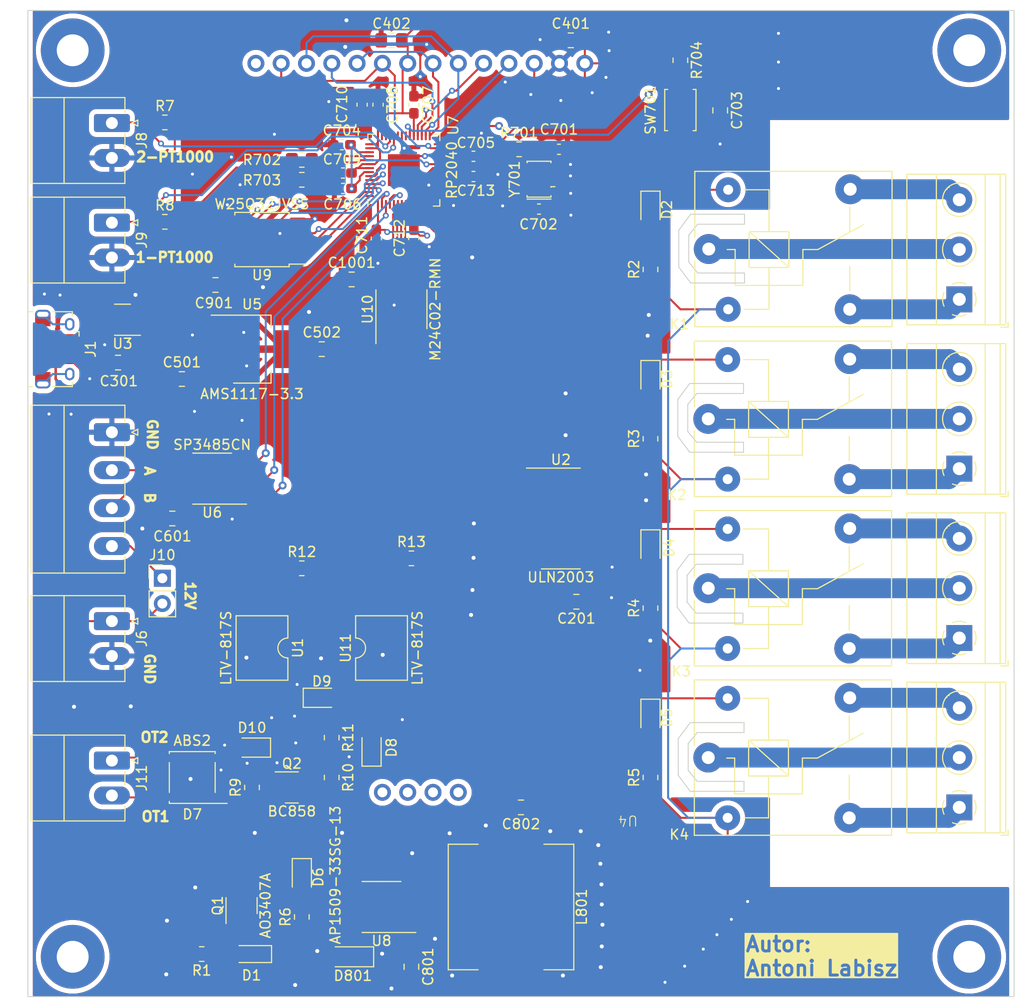
<source format=kicad_pcb>
(kicad_pcb (version 20221018) (generator pcbnew)
  (layers (0 "F.Cu" signal) (31 "B.Cu" signal) (34 "B.Paste" user) (35 "F.Paste" user) (36 "B.SilkS" user "B.Silkscreen") (37 "F.SilkS" user "F.Silkscreen") (38 "B.Mask" user) (39 "F.Mask" user) (44 "Edge.Cuts" user))
  (net 0 "")
  (net 1 "+12V")
  (net 2 "GND")
  (net 3 "+5V")
  (net 4 "+3.3V")
  (net 5 "Net-(C701-Pad2)")
  (net 6 "Net-(U7-XIN)")
  (net 7 "RUN")
  (net 8 "+1V8")
  (net 9 "Net-(D1-A)")
  (net 10 "K1")
  (net 11 "Net-(D2-A)")
  (net 12 "K2")
  (net 13 "Net-(D3-A)")
  (net 14 "K3")
  (net 15 "Net-(D4-A)")
  (net 16 "K4")
  (net 17 "Net-(D5-A)")
  (net 18 "Net-(D6-A)")
  (net 19 "Net-(D7-+)")
  (net 20 "Net-(D10-A)")
  (net 21 "OT2")
  (net 22 "OT1")
  (net 23 "Net-(D801-K)")
  (net 24 "D-")
  (net 25 "D+")
  (net 27 "unconnected-(J1-Shield-Pad6)")
  (net 28 "Net-(J2-Pin_1)")
  (net 29 "Net-(J2-Pin_2)")
  (net 30 "Net-(J2-Pin_3)")
  (net 31 "Net-(J3-Pin_1)")
  (net 32 "Net-(J3-Pin_2)")
  (net 33 "Net-(J3-Pin_3)")
  (net 34 "Net-(J4-Pin_1)")
  (net 35 "Net-(J4-Pin_2)")
  (net 36 "Net-(J4-Pin_3)")
  (net 37 "Net-(J5-Pin_1)")
  (net 38 "Net-(J5-Pin_2)")
  (net 39 "Net-(J5-Pin_3)")
  (net 40 "+12VA")
  (net 41 "A")
  (net 42 "B")
  (net 43 "VCC")
  (net 44 "ADC1")
  (net 45 "ADC0")
  (net 46 "Net-(D10-K)")
  (net 47 "Net-(D8-K)")
  (net 48 "Net-(R10-Pad1)")
  (net 49 "Net-(R12-Pad1)")
  (net 50 "IN")
  (net 51 "OUT")
  (net 52 "Net-(U7-XOUT)")
  (net 53 "/DP-")
  (net 54 "FD-")
  (net 55 "FD+")
  (net 56 "/DP+")
  (net 57 "Net-(D9-K)")
  (net 58 "6")
  (net 59 "7")
  (net 60 "8")
  (net 61 "9")
  (net 68 "CS")
  (net 69 "Reset")
  (net 70 "DC")
  (net 71 "MOSI")
  (net 72 "SCK")
  (net 73 "MISO")
  (net 74 "T_CS")
  (net 80 "RX")
  (net 81 "RE{slash}DE")
  (net 82 "TX")
  (net 84 "SDA")
  (net 85 "SCL")
  (net 97 "QSPI_3")
  (net 98 "QSPI_SCLK")
  (net 99 "QSPI_0")
  (net 100 "QSPI_2")
  (net 101 "QSPI_1")
  (net 102 "QSPI_CS")
  (footprint "Inductor_SMD:L_12x12mm_H6mm" (layer "F.Cu") (at 191 116 -90)
    (fp_text reference "L801")
    (fp_text value "47uH")
  )
  (footprint "Resistor_SMD:R_0805_2012Metric_Pad1.20x1.40mm_HandSolder" (layer "F.Cu") (at 205 52 90)
    (fp_text reference "R2")
    (fp_text value "1k")
  )
  (footprint "Relay_THT:Relay_SPDT_SANYOU_SRD_Series_Form_C" (layer "F.Cu") (at 210.8 101)
    (fp_text reference "K4")
    (fp_text value "SANYOU_SRD_Form_C")
  )
  (footprint "Package_SO:SO-16_3.9x9.9mm_P1.27mm" (layer "F.Cu") (at 196 77)
    (fp_text reference "U2")
    (fp_text value "ULN2003")
  )
  (footprint "LED_SMD:LED_0805_2012Metric_Pad1.15x1.40mm_HandSolder" (layer "F.Cu") (at 170 113 -90)
    (fp_text reference "D6")
    (fp_text value "LED_Small")
  )
  (footprint "MountingHole:MountingHole_3.2mm_M3_Pad" (layer "F.Cu") (at 147 121)
    (fp_text reference "H4")
    (fp_text value "MountingHole")
  )
  (footprint "Package_DIP:SMDIP-4_W9.53mm" (layer "F.Cu") (at 178 90 90)
    (fp_text reference "U11")
    (fp_text value "LTV-817S")
  )
  (footprint "Resistor_SMD:R_0805_2012Metric_Pad1.20x1.40mm_HandSolder" (layer "F.Cu") (at 159.95 120.725 180)
    (fp_text reference "R1")
    (fp_text value "10k")
  )
  (footprint "Connector_USB:USB_Micro-B_Amphenol_10118194_Horizontal" (layer "F.Cu") (at 145.3 60 -90)
    (fp_text reference "J1")
    (fp_text value "USB_B_Micro")
  )
  (footprint "Resistor_SMD:R_0805_2012Metric_Pad1.20x1.40mm_HandSolder" (layer "F.Cu") (at 173 99 -90)
    (fp_text reference "R11")
    (fp_text value "100R")
  )
  (footprint "Capacitor_SMD:C_0805_2012Metric_Pad1.18x1.45mm_HandSolder" (layer "F.Cu") (at 179 29)
    (fp_text reference "C402")
    (fp_text value "100n")
  )
  (footprint "Button_Switch_SMD:SW_Push_SPST_NO_Alps_SKRK" (layer "F.Cu") (at 208 36 -90)
    (fp_text reference "SW701")
    (fp_text value "SW_Push")
  )
  (footprint "Connector_Phoenix_MC:PhoenixContact_MC_1,5_2-G-3.5_1x02_P3.50mm_Horizontal" (layer "F.Cu") (at 150.9325 87.305 -90)
    (fp_text reference "J6")
    (fp_text value "Screw_Terminal_01x02")
  )
  (footprint "Crystal:Resonator_SMD_Murata_CSTxExxV-3Pin_3.0x1.1mm_HandSoldering" (layer "F.Cu") (at 193.81 42.94 90)
    (fp_text reference "Y701")
    (fp_text value "12Mhz")
  )
  (footprint "Capacitor_SMD:C_0603_1608Metric_Pad1.08x0.95mm_HandSolder" (layer "F.Cu") (at 195.81 39.94 180)
    (fp_text reference "C701")
    (fp_text value "56p")
  )
  (footprint "Connector_Phoenix_MC:PhoenixContact_MC_1,5_2-G-3.5_1x02_P3.50mm_Horizontal" (layer "F.Cu") (at 150.9325 37.305 -90)
    (fp_text reference "J8")
    (fp_text value "Screw_Terminal_01x02")
  )
  (footprint "Resistor_SMD:R_0805_2012Metric_Pad1.20x1.40mm_HandSolder" (layer "F.Cu") (at 208 31 -90)
    (fp_text reference "R704")
    (fp_text value "10k")
  )
  (footprint "Connector_Phoenix_MC:PhoenixContact_MC_1,5_2-G-3.5_1x02_P3.50mm_Horizontal" (layer "F.Cu") (at 150.9325 47.305 -90)
    (fp_text reference "J9")
    (fp_text value "Screw_Terminal_01x02")
  )
  (footprint "LED_SMD:LED_0805_2012Metric_Pad1.15x1.40mm_HandSolder" (layer "F.Cu") (at 205 97 -90)
    (fp_text reference "D5")
    (fp_text value "LED_Small")
  )
  (footprint "Diode_SMD:D_SOD-323_HandSoldering" (layer "F.Cu") (at 164.95 120.725 180)
    (fp_text reference "D1")
    (fp_text value "13V")
  )
  (footprint "Diode_SMD:D_SOD-123F" (layer "F.Cu") (at 175 121 180)
    (fp_text reference "D801")
    (fp_text value "ss26FL_ONS")
  )
  (footprint "Package_TO_SOT_SMD:SOT-23-3" (layer "F.Cu") (at 163.95 115.8625 90)
    (fp_text reference "Q1")
    (fp_text value "AO3407A")
  )
  (footprint "MountingHole:MountingHole_3.2mm_M3_Pad" (layer "F.Cu") (at 147 30)
    (fp_text reference "H3")
    (fp_text value "MountingHole")
  )
  (footprint "Capacitor_SMD:C_0805_2012Metric_Pad1.18x1.45mm_HandSolder" (layer "F.Cu") (at 197.56 85.36 180)
    (fp_text reference "C201")
    (fp_text value "100n")
  )
  (footprint "Package_SO:SOIC-8_3.9x4.9mm_P1.27mm" (layer "F.Cu") (at 180 56 90)
    (fp_text reference "U10")
    (fp_text value "M24C02-RMN")
  )
  (footprint "Package_DFN_QFN:QFN-56-1EP_7x7mm_P0.4mm_EP3.2x3.2mm" (layer "F.Cu") (at 180.2425 42.03 90)
    (fp_text reference "U7")
    (fp_text value "RP2040")
  )
  (footprint "Resistor_SMD:R_0805_2012Metric_Pad1.20x1.40mm_HandSolder" (layer "F.Cu") (at 156.25 37.24)
    (fp_text reference "R7")
    (fp_text value "3k57")
  )
  (footprint "Capacitor_SMD:C_0805_2012Metric_Pad1.18x1.45mm_HandSolder" (layer "F.Cu") (at 151.55 61.35)
    (fp_text reference "C301")
    (fp_text value "100n")
  )
  (footprint "TerminalBlock_Phoenix:TerminalBlock_Phoenix_MKDS-1,5-3_1x03_P5.00mm_Horizontal" (layer "F.Cu") (at 236 106 90)
    (fp_text reference "J5")
    (fp_text value "Screw_Terminal_01x03")
  )
  (footprint "Diode_SMD:D_0805_2012Metric_Pad1.15x1.40mm_HandSolder" (layer "F.Cu") (at 177 100 90)
    (fp_text reference "D8")
    (fp_text value "4V7")
  )
  (footprint "Package_DIP:SMDIP-4_W9.53mm" (layer "F.Cu") (at 166 90 -90)
    (fp_text reference "U1")
    (fp_text value "LTV-817S")
  )
  (footprint "Capacitor_SMD:C_0603_1608Metric_Pad1.08x0.95mm_HandSolder" (layer "F.Cu") (at 174.12 42.32)
    (fp_text reference "C709")
    (fp_text value "100n")
  )
  (footprint "Capacitor_SMD:C_0805_2012Metric_Pad1.18x1.45mm_HandSolder" (layer "F.Cu") (at 175 53)
    (fp_text reference "C1001")
    (fp_text value "100n")
  )
  (footprint "Diode_SMD:D_0805_2012Metric_Pad1.15x1.40mm_HandSolder" (layer "F.Cu") (at 172 95)
    (fp_text reference "D9")
    (fp_text value "4V3")
  )
  (footprint "Resistor_SMD:R_0805_2012Metric_Pad1.20x1.40mm_HandSolder" (layer "F.Cu") (at 205 103 90)
    (fp_text reference "R5")
    (fp_text value "1k")
  )
  (footprint "Resistor_SMD:R_0805_2012Metric_Pad1.20x1.40mm_HandSolder" (layer "F.Cu") (at 173 103 -90)
    (fp_text reference "R10")
    (fp_text value "220R")
  )
  (footprint "Resistor_SMD:R_0805_2012Metric_Pad1.20x1.40mm_HandSolder" (layer "F.Cu") (at 156.25 47.22)
    (fp_text reference "R8")
    (fp_text value "3k57")
  )
  (footprint "LED_SMD:LED_0805_2012Metric_Pad1.15x1.40mm_HandSolder" (layer "F.Cu") (at 205 80 -90)
    (fp_text reference "D4")
    (fp_text value "LED_Small")
  )
  (footprint "MountingHole:MountingHole_3.2mm_M3_Pad" (layer "F.Cu") (at 237 121)
    (fp_text reference "H2")
    (fp_text value "MountingHole")
  )
  (footprint "Capacitor_SMD:C_0603_1608Metric_Pad1.08x0.95mm_HandSolder" (layer "F.Cu") (at 187.23 42.67 180)
    (fp_text reference "C713")
    (fp_text value "100n")
  )
  (footprint "TerminalBlock_Phoenix:TerminalBlock_Phoenix_MKDS-1,5-3_1x03_P5.00mm_Horizontal" (layer "F.Cu") (at 236 89 90)
    (fp_text reference "J4")
    (fp_text value "Screw_Terminal_01x03")
  )
  (footprint "Resistor_SMD:R_0805_2012Metric_Pad1.20x1.40mm_HandSolder" (layer "F.Cu") (at 170 43)
    (fp_text reference "R703")
    (fp_text value "27R")
  )
  (footprint "Connector_PinHeader_2.54mm:PinHeader_1x02_P2.54mm_Vertical" (layer "F.Cu") (at 156 83)
    (fp_text reference "J10")
    (fp_text value "Conn_01x02")
  )
  (footprint "Resistor_SMD:R_0805_2012Metric_Pad1.20x1.40mm_HandSolder" (layer "F.Cu") (at 165 104 90)
    (fp_text reference "R9")
    (fp_text value "330R")
  )
  (footprint "Capacitor_SMD:C_0805_2012Metric_Pad1.18x1.45mm_HandSolder" (layer "F.Cu") (at 181 122 -90)
    (fp_text reference "C801")
    (fp_text value "22u")
  )
  (footprint "Resistor_SMD:R_0805_2012Metric_Pad1.20x1.40mm_HandSolder" (layer "F.Cu") (at 191.81 39.94)
    (fp_text reference "R701")
    (fp_text value "1k")
  )
  (footprint "Capacitor_SMD:C_0805_2012Metric_Pad1.18x1.45mm_HandSolder" (layer "F.Cu") (at 161.3325 53.56)
    (fp_text reference "C901")
    (fp_text value "100n")
  )
  (footprint "Capacitor_SMD:C_0805_2012Metric_Pad1.18x1.45mm_HandSolder" (layer "F.Cu") (at 157 77)
    (fp_text reference "C601")
    (fp_text value "100n")
  )
  (footprint "Connector_Phoenix_MC:PhoenixContact_MC_1,5_2-G-3.5_1x02_P3.50mm_Horizontal" (layer "F.Cu") (at 150.9325 101.305 -90)
    (fp_text reference "J11")
    (fp_text value "Screw_Terminal_01x02")
  )
  (footprint "Capacitor_SMD:C_0603_1608Metric_Pad1.08x0.95mm_HandSolder" (layer "F.Cu") (at 177.65 35.46 -90)
    (fp_text reference "C708")
    (fp_text value "100n")
  )
  (footprint "Package_TO_SOT_SMD:SOT-23" (layer "F.Cu") (at 169 104)
    (fp_text reference "Q2")
    (fp_text value "BC858")
  )
  (footprint "Resistor_SMD:R_0805_2012Metric_Pad1.20x1.40mm_HandSolder" (layer "F.Cu") (at 170 117 90)
    (fp_text reference "R6")
    (fp_text value "1k")
  )
  (footprint "Capacitor_SMD:C_0805_2012Metric_Pad1.18x1.45mm_HandSolder" (layer "F.Cu") (at 192 106 180)
    (fp_text reference "C802")
    (fp_text value "22u")
  )
  (footprint "Capacitor_SMD:C_0603_1608Metric_Pad1.08x0.95mm_HandSolder" (layer "F.Cu") (at 181.25 35.47 -90)
    (fp_text reference "C707")
    (fp_text value "100n")
  )
  (footprint "TerminalBlock_Phoenix:TerminalBlock_Phoenix_MKDS-1,5-3_1x03_P5.00mm_Horizontal" (layer "F.Cu") (at 236 72 90)
    (fp_text reference "J3")
    (fp_text value "Screw_Terminal_01x03")
  )
  (footprint "Capacitor_SMD:C_0603_1608Metric_Pad1.08x0.95mm_HandSolder" (layer "F.Cu") (at 174.13 43.87)
    (fp_text reference "C706")
    (fp_text value "100n")
  )
  (footprint "Resistor_SMD:R_0805_2012Metric_Pad1.20x1.40mm_HandSolder" (layer "F.Cu") (at 205 69 90)
    (fp_text reference "R3")
    (fp_text value "1k")
  )
  (footprint "LED_SMD:LED_0805_2012Metric_Pad1.15x1.40mm_HandSolder" (layer "F.Cu") (at 205 63 -90)
    (fp_text reference "D3")
    (fp_text value "LED_Small")
  )
  (footprint "Resistor_SMD:R_0805_2012Metric_Pad1.20x1.40mm_HandSolder" (layer "F.Cu") (at 170 41 180)
    (fp_text reference "R702")
    (fp_text value "27R")
  )
  (footprint "Capacitor_SMD:C_0603_1608Metric_Pad1.08x0.95mm_HandSolder" (layer "F.Cu") (at 193.81 45.94)
    (fp_text reference "C702")
    (fp_text value "56p")
  )
  (footprint "Capacitor_SMD:C_0603_1608Metric_Pad1.08x0.95mm_HandSolder" (layer "F.Cu") (at 187.23 40.64 180)
    (fp_text reference "C705")
    (fp_text value "100n")
  )
  (footprint "Capacitor_SMD:C_0603_1608Metric_Pad1.08x0.95mm_HandSolder" (layer "F.Cu") (at 176.05 35.46 -90)
    (fp_text reference "C710")
    (fp_text value "100n")
  )
  (footprint "Capacitor_SMD:C_0805_2012Metric_Pad1.18x1.45mm_HandSolder" (layer "F.Cu") (at 212 36.0375 -90)
    (fp_text reference "C703")
    (fp_text value "1u")
  )
  (footprint "Capacitor_SMD:C_0805_2012Metric_Pad1.18x1.45mm_HandSolder" (layer "F.Cu") (at 172 60)
    (fp_text reference "C502")
    (fp_text value "22u")
  )
  (footprint "Resistor_SMD:R_0805_2012Metric_Pad1.20x1.40mm_HandSolder" (layer "F.Cu") (at 170 82)
    (fp_text reference "R12")
    (fp_text value "330R")
  )
  (footprint "Diode_SMD:Diode_Bridge_Diotec_ABS" (layer "F.Cu") (at 159 103 180)
    (fp_text reference "D7")
    (fp_text value "ABS2")
  )
  (footprint "Capacitor_SMD:C_0603_1608Metric_Pad1.08x0.95mm_HandSolder" (layer "F.Cu") (at 181.24 48.8575 90)
    (fp_text reference "C712")
    (fp_text value "100n")
  )
  (footprint "Capacitor_SMD:C_0805_2012Metric_Pad1.18x1.45mm_HandSolder" (layer "F.Cu") (at 197 29)
    (fp_text reference "C401")
    (fp_text value "100n")
  )
  (footprint "Relay_THT:Relay_SPDT_SANYOU_SRD_Series_Form_C" (layer "F.Cu") (at 210.8 84)
    (fp_text reference "K3")
    (fp_text value "SANYOU_SRD_Form_C")
  )
  (footprint "Package_TO_SOT_SMD:SOT-223-3_TabPin2" (layer "F.Cu") (at 165 60)
    (fp_text reference "U5")
    (fp_text value "AMS1117-3.3")
  )
  (footprint "LED_SMD:LED_0805_2012Metric_Pad1.15x1.40mm_HandSolder" (layer "F.Cu") (at 205 46 -90)
    (fp_text reference "D2")
    (fp_text value "LED_Small")
  )
  (footprint "Package_TO_SOT_SMD:SOT-23-6" (layer "F.Cu") (at 152 57.05 180)
    (fp_text reference "U3")
    (fp_text value "USBLC6-2SC6")
  )
  (footprint "Package_SO:SOIC-8_3.9x4.9mm_P1.27mm" (layer "F.Cu") (at 161 73 180)
    (fp_text reference "U6")
    (fp_text value "SP3485CN")
  )
  (footprint "Relay_THT:Relay_SPDT_SANYOU_SRD_Series_Form_C" (layer "F.Cu") (at 210.8 67)
    (fp_text reference "K2")
    (fp_text value "SANYOU_SRD_Form_C")
  )
  (footprint "Relay_THT:Relay_SPDT_SANYOU_SRD_Series_Form_C" (layer "F.Cu") (at 210.85 49.95)
    (fp_text reference "K1")
    (fp_text value "SANYOU_SRD_Form_C")
  )
  (footprint "Diode_SMD:D_0805_2012Metric_Pad1.15x1.40mm_HandSolder" (layer "F.Cu") (at 165 100 180)
    (fp_text reference "D10")
    (fp_text value "15V")
  )
  (footprint "MountingHole:MountingHole_3.2mm_M3_Pad" (layer "F.Cu") (at 237 30)
    (fp_text reference "H1")
    (fp_text value "MountingHole")
  )
  (footprint "Package_SO:SOP-8_3.9x4.9mm_P1.27mm" (layer "F.Cu") (at 178 116 180)
    (fp_text reference "U8")
    (fp_text value "AP1509-33SG-13")
  )
  (footprint "0moja:2.4 tft  ILI9341" (layer "F.Cu") (at 203.26 106.49 180)
    (fp_text reference "U4")
    (fp_text value "2.4 TFT ILI9341")
  )
  (footprint "Package_SO:SOIC-8_5.23x5.23mm_P1.27mm" (layer "F.Cu") (at 166 49 180)
    (fp_text reference "U9")
    (fp_text value "W25Q32JVSS")
  )
  (footprint "Resistor_SMD:R_0805_2012Metric_Pad1.20x1.40mm_HandSolder" (layer "F.Cu") (at 205 86 90)
    (fp_text reference "R4")
    (fp_text value "1k")
  )
  (footprint "Capacitor_SMD:C_0603_1608Metric_Pad1.08x0.95mm_HandSolder" (layer "F.Cu") (at 177.48 48.89 90)
    (fp_text reference "C711")
    (fp_text value "100n")
  )
  (footprint "TerminalBlock_Phoenix:TerminalBlock_Phoenix_MKDS-1,5-3_1x03_P5.00mm_Horizontal" (layer "F.Cu") (at 236 55 90)
    (fp_text reference "J2")
    (fp_text value "Screw_Terminal_01x03")
  )
  (footprint "Capacitor_SMD:C_0603_1608Metric_Pad1.08x0.95mm_HandSolder" (layer "F.Cu") (at 174.02 39.48)
    (fp_text reference "C704")
    (fp_text value "100n")
  )
  (footprint "Connector_Phoenix_MC:PhoenixContact_MC_1,5_4-G-3.81_1x04_P3.81mm_Horizontal" (layer "F.Cu") (at 150.9325 68.34 -90)
    (fp_text reference "J7")
    (fp_text value "Screw_Terminal_01x04")
  )
  (footprint "Resistor_SMD:R_0805_2012Metric_Pad1.20x1.40mm_HandSolder" (layer "F.Cu") (at 181 81)
    (fp_text reference "R13")
    (fp_text value "1,5K")
  )
  (footprint "Capacitor_SMD:C_0805_2012Metric_Pad1.18x1.45mm_HandSolder" (layer "F.Cu") (at 157.9625 63)
    (fp_text reference "C501")
    (fp_text value "22u")
  )
  (gr_line (start 208.94 63.45) (end 207.74 65.05) (stroke (width 0.1)) (layer "Edge.Cuts"))
  (gr_line (start 209.64 69.35) (end 208.74 68.25) (stroke (width 0.1)) (layer "Edge.Cuts"))
  (gr_line (start 208.79 99.59) (end 208.79 102.29) (stroke (width 0.1)) (layer "Edge.Cuts"))
  (gr_line (start 214.39 98.49) (end 209.69 98.49) (stroke (width 0.1)) (layer "Edge.Cuts"))
  (gr_line (start 208.68 82.7) (end 208.68 85.4) (stroke (width 0.1)) (layer "Edge.Cuts"))
  (gr_line (start 214.28 87.5) (end 208.88 87.5) (stroke (width 0.1)) (layer "Edge.Cuts"))
  (gr_line (start 214.28 81.6) (end 214.28 80.6) (stroke (width 0.1)) (layer "Edge.Cuts"))
  (gr_line (start 209.69 98.49) (end 208.79 99.59) (stroke (width 0.1)) (layer "Edge.Cuts"))
  (gr_rect (start 142.5 26) (end 241.5 125) (stroke (width 0.1)) (fill none) (layer "Edge.Cuts"))
  (gr_line (start 209.74 52.36) (end 208.84 51.26) (stroke (width 0.1)) (layer "Edge.Cuts"))
  (gr_line (start 214.34 63.45) (end 208.94 63.45) (stroke (width 0.1)) (layer "Edge.Cuts"))
  (gr_line (start 214.39 103.39) (end 214.39 104.39) (stroke (width 0.1)) (layer "Edge.Cuts"))
  (gr_line (start 214.44 52.36) (end 214.44 53.36) (stroke (width 0.1)) (layer "Edge.Cuts"))
  (gr_line (start 209.58 86.5) (end 208.68 85.4) (stroke (width 0.1)) (layer "Edge.Cuts"))
  (gr_line (start 214.28 81.6) (end 209.58 81.6) (stroke (width 0.1)) (layer "Edge.Cuts"))
  (gr_line (start 208.88 80.6) (end 207.68 82.2) (stroke (width 0.1)) (layer "Edge.Cuts"))
  (gr_line (start 214.34 64.45) (end 209.64 64.45) (stroke (width 0.1)) (layer "Edge.Cuts"))
  (gr_line (start 214.39 97.49) (end 208.99 97.49) (stroke (width 0.1)) (layer "Edge.Cuts"))
  (gr_line (start 207.79 99.09) (end 207.79 102.79) (stroke (width 0.1)) (layer "Edge.Cuts"))
  (gr_line (start 208.94 70.35) (end 207.74 68.75) (stroke (width 0.1)) (layer "Edge.Cuts"))
  (gr_line (start 214.39 98.49) (end 214.39 97.49) (stroke (width 0.1)) (layer "Edge.Cuts"))
  (gr_line (start 207.68 82.2) (end 207.68 85.9) (stroke (width 0.1)) (layer "Edge.Cuts"))
  (gr_line (start 214.44 53.36) (end 209.04 53.36) (stroke (width 0.1)) (layer "Edge.Cuts"))
  (gr_line (start 208.99 104.39) (end 207.79 102.79) (stroke (width 0.1)) (layer "Edge.Cuts"))
  (gr_line (start 214.34 64.45) (end 214.34 63.45) (stroke (width 0.1)) (layer "Edge.Cuts"))
  (gr_line (start 209.69 103.39) (end 208.79 102.29) (stroke (width 0.1)) (layer "Edge.Cuts"))
  (gr_line (start 207.84 48.06) (end 207.84 51.76) (stroke (width 0.1)) (layer "Edge.Cuts"))
  (gr_line (start 214.44 47.46) (end 214.44 46.46) (stroke (width 0.1)) (layer "Edge.Cuts"))
  (gr_line (start 214.28 86.5) (end 209.58 86.5) (stroke (width 0.1)) (layer "Edge.Cuts"))
  (gr_line (start 214.28 80.6) (end 208.88 80.6) (stroke (width 0.1)) (layer "Edge.Cuts"))
  (gr_line (start 209.64 64.45) (end 208.74 65.55) (stroke (width 0.1)) (layer "Edge.Cuts"))
  (gr_line (start 214.34 70.35) (end 208.94 70.35) (stroke (width 0.1)) (layer "Edge.Cuts"))
  (gr_line (start 208.74 65.55) (end 208.74 68.25) (stroke (width 0.1)) (layer "Edge.Cuts"))
  (gr_line (start 214.34 69.35) (end 214.34 70.35) (stroke (width 0.1)) (layer "Edge.Cuts"))
  (gr_line (start 214.28 86.5) (end 214.28 87.5) (stroke (width 0.1)) (layer "Edge.Cuts"))
  (gr_line (start 208.84 48.56) (end 208.84 51.26) (stroke (width 0.1)) (layer "Edge.Cuts"))
  (gr_line (start 208.99 97.49) (end 207.79 99.09) (stroke (width 0.1)) (layer "Edge.Cuts"))
  (gr_line (start 207.74 65.05) (end 207.74 68.75) (stroke (width 0.1)) (layer "Edge.Cuts"))
  (gr_line (start 214.44 46.46) (end 209.04 46.46) (stroke (width 0.1)) (layer "Edge.Cuts"))
  (gr_line (start 214.39 103.39) (end 209.69 103.39) (stroke (width 0.1)) (layer "Edge.Cuts"))
  (gr_line (start 209.58 81.6) (end 208.68 82.7) (stroke (width 0.1)) (layer "Edge.Cuts"))
  (gr_line (start 209.04 53.36) (end 207.84 51.76) (stroke (width 0.1)) (layer "Edge.Cuts"))
  (gr_line (start 214.44 52.36) (end 209.74 52.36) (stroke (width 0.1)) (layer "Edge.Cuts"))
  (gr_line (start 214.44 47.46) (end 209.74 47.46) (stroke (width 0.1)) (layer "Edge.Cuts"))
  (gr_line (start 208.88 87.5) (end 207.68 85.9) (stroke (width 0.1)) (layer "Edge.Cuts"))
  (gr_line (start 214.39 104.39) (end 208.99 104.39) (stroke (width 0.1)) (layer "Edge.Cuts"))
  (gr_line (start 214.34 69.35) (end 209.64 69.35) (stroke (width 0.1)) (layer "Edge.Cuts"))
  (gr_line (start 209.04 46.46) (end 207.84 48.06) (stroke (width 0.1)) (layer "Edge.Cuts"))
  (gr_line (start 209.74 47.46) (end 208.84 48.56) (stroke (width 0.1)) (layer "Edge.Cuts"))
  (gr_text "12V" (at 158.2 83.19 270) (layer "F.SilkS") (effects (font (size 1 1) (thickness 0.25) bold) (justify left bottom)))
  (gr_text "A" (at 154.14 71.63 270) (layer "F.SilkS") (effects (font (size 1 1) (thickness 0.25) bold) (justify left bottom)))
  (gr_text "GND" (at 154.4 66.88 270) (layer "F.SilkS") (effects (font (size 1 1) (thickness 0.25) bold) (justify left bottom)))
  (gr_text "OT2" (at 153.67 99.55) (layer "F.SilkS") (effects (font (size 1 1) (thickness 0.25) bold) (justify left bottom)))
  (gr_text "GND" (at 154.14 90.42 270) (layer "F.SilkS") (effects (font (size 1 1) (thickness 0.25) bold) (justify left bottom)))
  (gr_text "OT1" (at 153.78 107.51) (layer "F.SilkS") (effects (font (size 1 1) (thickness 0.25) bold) (justify left bottom)))
  (gr_text "Autor:\nAntoni Labisz" (at 214.42 123.03) (layer "F.SilkS" knockout) (effects (font (size 1.5 1.5) (thickness 0.3) bold) (justify left bottom)))
  (gr_text "1-PT1000" (at 153.19 51.37) (layer "F.SilkS") (effects (font (size 1 1) (thickness 0.25) bold) (justify left bottom)))
  (gr_text "2-PT1000" (at 153.24 41.29) (layer "F.SilkS") (effects (font (size 1 1) (thickness 0.25) bold) (justify left bottom)))
  (gr_text "B" (at 154.14 74.27 270) (layer "F.SilkS") (effects (font (size 1 1) (thickness 0.25) bold) (justify left bottom)))
  (segment (start 208.05 90.05) (end 205 87) (width 0.2) (layer "F.Cu") (net 1))
  (segment (start 202.42 102.84) (end 202.42 90.95) (width 0.2) (layer "F.Cu") (net 1))
  (segment (start 183.97 124.27) (end 203.11 124.27) (width 0.2) (layer "F.Cu") (net 1))
  (segment (start 212.75 114.63) (end 212.75 107.05) (width 0.2) (layer "F.Cu") (net 1))
  (segment (start 198.575 85.3375) (end 198.5975 85.36) (width 0.2) (layer "F.Cu") (net 1))
  (segment (start 208 56) (end 205 53) (width 0.2) (layer "F.Cu") (net 1))
  (segment (start 198.5975 87.1275) (end 198.5975 85.36) (width 0.2) (layer "F.Cu") (net 1))
  (segment (start 181.4725 120.9625) (end 182.65 122.14) (width 0.2) (layer "F.Cu") (net 1))
  (segment (start 164.9 119.425) (end 166.2 120.725) (width 0.2) (layer "F.Cu") (net 1))
  (segment (start 208.05 73.05) (end 205 70) (width 0.2) (layer "F.Cu") (net 1))
  (segment (start 202.42 90.95) (end 198.5975 87.1275) (width 0.2) (layer "F.Cu") (net 1))
  (segment (start 172.36 123.23) (end 177.97 123.23) (width 0.2) (layer "F.Cu") (net 1))
  (segment (start 203.11 124.27) (end 212.75 114.63) (width 0.2) (layer "F.Cu") (net 1))
  (segment (start 164.9 117) (end 164.9 119.425) (width 0.2) (layer "F.Cu") (net 1))
  (segment (start 168.925 118) (end 166.2 120.725) (width 0.2) (layer "F.Cu") (net 1))
  (segment (start 205 104) (end 203.58 104) (width 0.2) (layer "F.Cu") (net 1))
  (segment (start 203.58 104) (end 202.42 102.84) (width 0.2) (layer "F.Cu") (net 1))
  (segment (start 183.08 122.57) (end 183.08 123.38) (width 0.2) (layer "F.Cu") (net 1))
  (segment (start 170 118) (end 170 120.87) (width 0.2) (layer "F.Cu") (net 1))
  (segment (start 182.65 122.14) (end 183.08 122.57) (width 0.2) (layer "F.Cu") (net 1))
  (segment (start 183.08 123.38) (end 183.97 124.27) (width 0.2) (layer "F.Cu") (net 1))
  (segment (start 181 120.9625) (end 181.4725 120.9625) (width 0.2) (layer "F.Cu") (net 1))
  (segment (start 208.05 107.05) (end 205 104) (width 0.2) (layer "F.Cu") (net 1))
  (segment (start 180.2375 120.9625) (end 181 120.9625) (width 0.2) (layer "F.Cu") (net 1))
  (segment (start 177.97 123.23) (end 180.2375 120.9625) (width 0.2) (layer "F.Cu") (net 1))
  (segment (start 212.75 90.05) (end 208.05 90.05) (width 0.2) (layer "F.Cu") (net 1))
  (segment (start 170 118) (end 168.925 118) (width 0.2) (layer "F.Cu") (net 1))
  (segment (start 181 118.28) (end 181 120.9625) (width 0.2) (layer "F.Cu") (net 1))
  (segment (start 198.575 81.445) (end 198.575 85.3375) (width 0.2) (layer "F.Cu") (net 1))
  (segment (start 212.75 73.05) (end 208.05 73.05) (width 0.2) (layer "F.Cu") (net 1))
  (segment (start 170 120.87) (end 172.36 123.23) (width 0.2) (layer "F.Cu") (net 1))
  (segment (start 212.75 107.05) (end 208.05 107.05) (width 0.2) (layer "F.Cu") (net 1))
  (segment (start 212.8 56) (end 208 56) (width 0.2) (layer "F.Cu") (net 1))
  (segment (start 180.625 117.905) (end 181 118.28) (width 0.2) (layer "F.Cu") (net 1))
  (segment (start 209.94 56) (end 212.8 56) (width 0.2) (layer "B.Cu") (net 1))
  (segment (start 206.77 74.36) (end 206.77 59.17) (width 0.2) (layer "B.Cu") (net 1))
  (segment (start 212.75 90.05) (end 208.06 90.05) (width 0.2) (layer "B.Cu") (net 1))
  (segment (start 208.06 90.05) (end 206.77 91.34) (width 0.2) (layer "B.Cu") (net 1))
  (segment (start 212.75 73.05) (end 208.08 73.05) (width 0.2) (layer "B.Cu") (net 1))
  (segment (start 206.77 105.03) (end 206.77 91.34) (width 0.2) (layer "B.Cu") (net 1))
  (segment (start 208.08 73.05) (end 206.77 74.36) (width 0.2) (layer "B.Cu") (net 1))
  (segment (start 206.77 91.34) (end 206.77 74.36) (width 0.2) (layer "B.Cu") (net 1))
  (segment (start 212.75 107.05) (end 208.79 107.05) (width 0.2) (layer "B.Cu") (net 1))
  (segment (start 206.77 59.17) (end 209.94 56) (width 0.2) (layer "B.Cu") (net 1))
  (segment (start 208.79 107.05) (end 206.77 105.03) (width 0.2) (layer "B.Cu") (net 1))
  (segment (start 164.3 44) (end 163.8 43.5) (width 0.2) (layer "F.Cu") (net 2))
  (segment (start 182.36 40.62) (end 181.6525 40.62) (width 0.2) (layer "F.Cu") (net 2))
  (segment (start 181.24 49.72) (end 182.79 49.72) (width 0.2) (layer "F.Cu") (net 2))
  (segment (start 173.2675 43.87) (end 173.1375 44) (width 0.2) (layer "F.Cu") (net 2))
  (segment (start 182.9425 43.337425) (end 182.9425 43.23364) (width 0.2) (layer "F.Cu") (net 2))
  (segment (start 195.87 31.31) (end 193.92 29.36) (width 0.2) (layer "F.Cu") (net 2))
  (segment (start 169.095 47.095) (end 167.8 48.39) (width 0.2) (layer "F.Cu") (net 2))
  (segment (start 182.745462 43.534463) (end 182.9425 43.337425) (width 0.2) (layer "F.Cu") (net 2))
  (segment (start 182.9425 43.23364) (end 183.14614 43.03) (width 0.2) (layer "F.Cu") (net 2))
  (segment (start 177.48 49.7525) (end 177.48 51.22) (width 0.2) (layer "F.Cu") (net 2))
  (segment (start 181.89 30.05) (end 181.89 32.64) (width 0.2) (layer "F.Cu") (net 2))
  (segment (start 146.7 61.3) (end 147.04 61.3) (width 0.2) (layer "F.Cu") (net 2))
  (segment (start 193.92 29.36) (end 193.92 28.93) (width 0.2) (layer "F.Cu") (net 2))
  (segment (start 152.15 55.7) (end 153.3 54.55) (width 0.25) (layer "F.Cu") (net 2))
  (segment (start 173.2575 43.86) (end 173.2675 43.87) (width 0.2) (layer "F.Cu") (net 2))
  (segment (start 188.0925 42.67) (end 189.47 42.67) (width 0.2) (layer "F.Cu") (net 2))
  (segment (start 189.47 42.67) (end 189.68 42.46) (width 0.2) (layer "F.Cu") (net 2))
  (segment (start 182.53 29.41) (end 181.89 30.05) (width 0.2) (layer "F.Cu") (net 2))
  (segment (start 152.15 56.450908) (end 152.15 55.7) (width 0.25) (layer "F.Cu") (net 2))
  (segment (start 188.0925 40.64) (end 188.0925 38.3825) (width 0.2) (layer "F.Cu") (net 2))
  (segment (start 183.14614 43.03) (end 183.68 43.03) (width 0.2) (layer "F.Cu") (net 2))
  (segment (start 173.1375 44) (end 164.3 44) (width 0.2) (layer "F.Cu") (net 2))
  (segment (start 169.6 47.095) (end 169.095 47.095) (width 0.2) (layer "F.Cu") (net 2))
  (segment (start 193.99 29) (end 193.92 28.93) (width 0.2) (layer "F.Cu") (net 2))
  (segment (start 181.6525 40.62) (end 180.2425 42.03) (width 0.2) (layer "F.Cu") (net 2))
  (segment (start 188.0925 38.3825) (end 188.03 38.32) (width 0.2) (layer "F.Cu") (net 2))
  (segment (start 173.2575 42.32) (end 173.2575 43.86) (width 0.2) (layer "F.Cu") (net 2))
  (segment (start 152.749092 57.05) (end 152.15 56.450908) (width 0.25) (layer "F.Cu") (net 2))
  (segment (start 179.365 53.525) (end 179.365 55.485) (width 0.2) (layer "F.Cu") (net 2))
  (segment (start 179.365 55.485) (end 179.27 55.58) (width 0.2) (layer "F.Cu") (net 2))
  (segment (start 177.48 51.22) (end 177.64 51.38) (width 0.2) (layer "F.Cu") (net 2))
  (segment (start 195.9625 29) (end 193.99 29) (width 0.2) (layer "F.Cu") (net 2))
  (segment (start 147.04 61.3) (end 148.71 62.97) (width 0.2) (layer "F.Cu") (net 2))
  (segment (start 153.1375 57.05) (end 152.749092 57.05) (width 0.25) (layer "F.Cu") (net 2))
  (via (at 187.13 84.18) (size 0.8) (drill 0.4) (layers "F.Cu" "B.Cu") (net 2))
  (via (at 208.43 121.94) (size 0.6) (drill 0.3) (layers "F.Cu" "B.Cu") (net 2))
  (via (at 153.99 78.01) (size 0.8) (drill 0.4) (layers "F.Cu" "B.Cu") (net 2))
  (via (at 193.92 28.93) (size 0.6) (drill 0.3) (layers "F.Cu" "B.Cu") (net 2))
  (via (at 182.36 40.62) (size 0.6) (drill 0.3) (layers "F.Cu" "B.Cu") (net 2))
  (via (at 153.3 54.55) (size 0.8) (drill 0.4) (layers "F.Cu" "B.Cu") (net 2))
  (via (at 174.36 29.66) (size 0.8) (drill 0.4) (layers "F.Cu" "B.Cu") (net 2))
  (via (at 179 124.18) (size 0.8) (drill 0.4) (layers "F.Cu" "B.Cu") (net 2))
  (via (at 167.51 101.52) (size 0.6) (drill 0.3) (layers "F.Cu" "B.Cu") (net 2))
  (via (at 196 35.04) (size 0.6) (drill 0.3) (layers "F.Cu" "B.Cu") (net 2))
  (via (at 162.93 40.72) (size 0.6) (drill 0.3) (layers "F.Cu" "B.Cu") (net 2))
  (via (at 211.67 118.78) (size 0.6) (drill 0.3) (layers "F.Cu" "B.Cu") (net 2))
  (via (at 156.46 117.37) (size 0.8) (drill 0.4) (layers "F.Cu" "B.Cu") (net 2))
  (via (at 213.12 117.24) (size 0.6) (drill 0.3) (layers "F.Cu" "B.Cu") (net 2))
  (via (at 188.03 38.32) (size 0.6) (drill 0.3) (layers "F.Cu" "B.Cu") (net 2))
  (via (at 156.39 122.76) (size 0.8) (drill 0.4) (layers "F.Cu" "B.Cu") (net 2))
  (via (at 199.76 109.79) (size 0.8) (drill 0.4) (layers "F.Cu" "B.Cu") (net 2))
  (via (at 204.72 58.65) (size 0.8) (drill 0.4) (layers "F.Cu" "B.Cu") (net 2))
  (via (at 217.85 28.3) (size 0.6) (drill 0.3) (layers "F.Cu" "B.Cu") (net 2))
  (via (at 171.31 46.9195) (size 0.6) (drill 0.3) (layers "F.Cu" "B.Cu") (net 2))
  (via (at 201.15 81.88) (size 0.6) (drill 0.3) (layers "F.Cu" "B.Cu") (net 2))
  (via (at 165.28 108.56) (size 0.8) (drill 0.4) (layers "F.Cu" "B.Cu") (net 2))
  (via (at 217.85 31.18) (size 0.6) (drill 0.3) (layers "F.Cu" "B.Cu") (net 2))
  (via (at 182.745462 43.534463) (size 0.6) (drill 0.3) (layers "F.Cu" "B.Cu") (net 2))
  (via (at 214.75 115.45) (size 0.6) (drill 0.3) (layers "F.Cu" "B.Cu") (net 2))
  (via (at 166.97 97) (size 0.6) (drill 0.3) (layers "F.Cu" "B.Cu") (net 2))
  (via (at 164.46 61.68) (size 0.6) (drill 0.3) (layers "F.Cu" "B.Cu") (net 2))
  (via (at 152.83 95.86) (size 0.8) (drill 0.4) (layers "F.Cu" "B.Cu") (net 2))
  (via (at 192.99 34.44) (size 0.6) (drill 0.3) (layers "F.Cu" "B.Cu") (net 2))
  (via (at 144.62 66.51) (size 0.6) (drill 0.3) (layers "F.Cu" "B.Cu") (net 2))
  (via (at 181.89 32.64) (size 0.6) (drill 0.3) (layers "F.Cu" "B.Cu") (net 2))
  (via (at 159.23 66.25) (size 0.6) (drill 0.3) (layers "F.Cu" "B.Cu") (net 2))
  (via (at 188.47 107.82) (size 0.8) (drill 0.4) (layers "F.Cu" "B.Cu") (net 2))
  (via (at 150.21 59.56) (size 0.6) (drill 0.3) (layers "F.Cu" "B.Cu") (net 2))
  (via (at 178.12 90.69) (size 0.8) (drill 0.4) (layers "F.Cu" "B.Cu") (net 2))
  (via (at 171.55 120.42) (size 0.8) (drill 0.4) (layers "F.Cu" "B.Cu") (net 2))
  (via (at 171.93 91.04) (size 0.8) (drill 0.4) (layers "F.Cu" "B.Cu") (net 2))
  (via (at 187.27 77.5) (size 0.8) (drill 0.4) (layers "F.Cu" "B.Cu") (net 2))
  (via (at 200.18 117.78) (size 0.8) (drill 0.4) (layers "F.Cu" "B.Cu") (net 2))
  (via (at 189.68 42.46) (size 0.6) (drill 0.3) (layers "F.Cu" "B.Cu") (net 2))
  (via (at 181.08 110.6) (size 0.8) (drill 0.4) (layers "F.Cu" "B.Cu") (net 2))
  (via (at 204.56 72.58) (size 0.8) (drill 0.4) (layers "F.Cu" "B.Cu") (net 2))
  (via (at 200.53 32.72) (size 0.6) (drill 0.3) (layers "F.Cu" "B.Cu") (net 2))
  (via (at 200.01 122.04) (size 0.8) (drill 0.4) (layers "F.Cu" "B.Cu") (net 2))
  (via (at 210.3 120.23) (size 0.6) (drill 0.3) (layers "F.Cu" "B.Cu") (net 2))
  (via (at 196.48 64.44) (size 0.8) (drill 0.4) (layers "F.Cu" "B.Cu") (net 2))
  (via (at 203.94 92.24) (size 0.6) (drill 0.3) (layers "F.Cu" "B.Cu") (net 2))
  (via (at 196.99 44.36) (size 0.6) (drill 0.3) (layers "F.Cu" "B.Cu") (net 2))
  (via (at 187.1 50.79) (size 0.8) (drill 0.4) (layers "F.Cu" "B.Cu") (net 2))
  (via (at 177.64 51.38) (size 0.6) (drill 0.3) (layers "F.Cu" "B.Cu") (net 2))
  (via (at 190.16 45.62) (size 0.6) (drill 0.3) (layers "F.Cu" "B.Cu") (net 2))
  (via (at 169.53 93.66) (size 0.6) (drill 0.3) (layers "F.Cu" "B.Cu") (net 2))
  (via (at 162.25 99.75) (size 0.6) (drill 0.3) (layers "F.Cu" "B.Cu") (net 2))
  (via (at 145.73 54.57) (size 0.6) (drill 0.3) (layers "F.Cu" "B.Cu") (net 2))
  (via (at 164.51 101.57) (size 0.6) (drill 0.3) (layers "F.Cu" "B.Cu") (net 2))
  (via (at 182.53 29.41) (size 0.6) (drill 0.3) (layers "F.Cu" "B.Cu") (net 2))
  (via (at 217.85 33.84) (size 0.6) (drill 0.3) (layers "F.Cu" "B.Cu") (net 2))
  (via (at 200.11 115.74) (size 0.8) (drill 0.4) (layers "F.Cu" "B.Cu") (net 2))
  (via (at 185.09 122.88) (size 0.8) (drill 0.4) (layers "F.Cu" "B.Cu") (net 2))
  (via (at 204.98 89.26) (size 0.8) (drill 0.4) (layers "F.Cu" "B.Cu") (net 2))
  (via (at 199.15 34.26) (size 0.6) (drill 0.3) (layers "F.Cu" "B.Cu") (net 2))
  (via (at 169.39 99.53) (size 0.6) (drill 0.3) (layers "F.Cu" "B.Cu") (net 2))
  (via (at 163.8 43.5) (size 0.6) (drill 0.3) (layers "F.Cu" "B.Cu") (net 2))
  (via (at 174.04 108.56) (size 0.8) (drill 0.4) (layers "F.Cu" "B.Cu") (net 2))
  (via (at 158.83 103.15) (size 0.8) (drill 0.4) (layers "F.Cu" "B.Cu") (net 2))
  (via (at 183.37 119.19) (size 0.8) (drill 0.4) (layers "F.Cu" "B.Cu") (net 2))
  (via (at 206.46 123.56) (size 0.6) (drill 0.3) (layers "F.Cu" "B.Cu") (net 2))
  (via (at 197.01 46.55) (size 0.6) (drill 0.3) (layers "F.Cu" "B.Cu") (net 2))
  (via (at 204.83 56.57) (size 0.8) (drill 0.4) (layers "F.Cu" "B.Cu") (net 2))
  (via (at 200.08 113.73) (size 0.8) (drill 0.4) (layers "F.Cu" "B.Cu") (net 2))
  (via (at 179.27 55.58) (size 0.6) (drill 0.3) (layers "F.Cu" "B.Cu") (net 2))
  (via (at 167.8 48.39) (size 0.6) (drill 0.3) (layers "F.Cu" "B.Cu") (net 2))
  (via (at 186.99 86.68) (size 0.8) (drill 0.4) (layers "F.Cu" "B.Cu") (net 2))
  (via (at 200.85 30.04) (size 0.6) (drill 0.3) (layers "F.Cu" "B.Cu") (net 2))
  (via (at 180.28 39.83) (size 0.6) (drill 0.3) (layers "F.Cu" "B.Cu") (net 2))
  (via (at 180.09 97.19) (size 0.6) (drill 0.3) (layers "F.Cu" "B.Cu") (net 2))
  (via (at 196.21 122.88) (size 0.8) (drill 0.4) (layers "F.Cu" "B.Cu") (net 2))
  (via (at 159.02 58.58) (size 0.6) (drill 0.3) (layers "F.Cu" "B.Cu") (net 2))
  (via (at 211.99 39.41) (size 0.6) (drill 0.3) (layers "F.Cu" "B.Cu") (net 2))
  (via (at 167.25 38.43) (size 0.6) (drill 0.3) (layers "F.Cu" "B.Cu") (net 2))
  (via (at 159.3 114.04) (size 0.8) (drill 0.4) (layers "F.Cu" "B.Cu") (net 2))
  (via (at 174.75 100.92) (size 0.6) (drill 0.3) (layers "F.Cu" "B.Cu") (net 2))
  (via (at 200.11 119.96) (size 0.8) (drill 0.4) (layers "F.Cu" "B.Cu") (net 2))
  (via (at 164.44 90.97) (size 0.8) (drill 0.4) (layers "F.Cu" "B.Cu") (net 2))
  (via (at 162.52 45.51) (size 0.6) (drill 0.3) (layers "F.Cu" "B.Cu") (net 2))
  (via (at 194.94 108.39) (size 0.8) (drill 0.4) (layers "F.Cu" "B.Cu") (net 2))
  (via (at 196.97 42.61) (size 0.6) (drill 0.3) (layers "F.Cu" "B.Cu") (net 2))
  (via (at 190.42 33.19) (size 0.6) (drill 0.3) (layers "F.Cu" "B.Cu") (net 2))
  (via (at 200.8 28.18) (size 0.6) (drill 0.3) (layers "F.Cu" "B.Cu") (net 2))
  (via (at 170.72 56.27) (size 0.8) (drill 0.4) (layers "F.Cu" "B.Cu") (net 2))
  (via (at 144.16 54.47) (size 0.6) (drill 0.3) (layers "F.Cu" "B.Cu") (net 2))
  (via (at 182.79 49.72) (size 0.6) (drill 0.3) (layers "F.Cu" "B.Cu") (net 2))
  (via (at 201.09 84.95) (size 0.6) (drill 0.3) (layers "F.Cu" "B.Cu") (net 2))
  (via (at 178.06 120.69) (size 0.8) (drill 0.4) (layers "F.Cu" "B.Cu") (net 2))
  (via (at 163.01 77.06) (size 0.6) (drill 0.3) (layers "F.Cu" "B.Cu") (net 2))
  (via (at 164 67.15) (size 0.6) (drill 0.3) (layers "F.Cu" "B.Cu") (net 2))
  (via (at 174.48 26.99) (size 0.8) (drill 0.4) (layers "F.Cu" "B.Cu") (net 2))
  (via (at 169.33 123.83) (size 0.8) (drill 0.4) (layers "F.Cu" "B.Cu") (net 2))
  (via (at 148.71 62.97) (size 0.6) (drill 0.3) (layers "F.Cu" "B.Cu") (net 2))
  (via (at 164.17 58.32) (size 0.6) (drill 0.3) (layers "F.Cu" "B.Cu") (net 2))
  (via (at 146.84 66.53) (size 0.6) (drill 0.3) (layers "F.Cu" "B.Cu") (net 2))
  (via (at 166.1 53.78) (size 0.8) (drill 0.4) (layers "F.Cu" "B.Cu") (net 2))
  (via (at 204.56 75.17) (size 0.8) (drill 0.4) (layers "F.Cu" "B.Cu") (net 2))
  (via (at 147.13 95.9) (size 0.8) (drill 0.4) (layers "F.Cu" "B.Cu") (net 2))
  (via (at 169.27 96.84) (size 0.6) (drill 0.3) (layers "F.Cu" "B.Cu") (net 2))
  (via (at 184.84 108.6) (size 0.8) (drill 0.4) (layers "F.Cu" "B.Cu") (net 2))
  (via (at 172.71 35.15) (size 0.6) (drill 0.3) (layers "F.Cu" "B.Cu") (net 2))
  (via (at 198 108.39) (size 0.8) (drill 0.4) (layers "F.Cu" "B.Cu") (net 2))
  (via (at 196.48 68.64) (size 0.8) (drill 0.4) (layers "F.Cu" "B.Cu") (net 2))
  (via (at 185.23 45.58) (size 0.6) (drill 0.3) (layers "F.Cu" "B.Cu") (net 2))
  (via (at 161.89 102.25) (size 0.6) (drill 0.3) (layers "F.Cu" "B.Cu") (net 2))
  (via (at 196.97 41.46) (size 0.6) (drill 0.3) (layers "F.Cu" "B.Cu") (net 2))
  (via (at 199.97 111.66) (size 0.8) (drill 0.4) (layers "F.Cu" "B.Cu") (net 2))
  (via (at 159.02 42.43) (size 0.6) (drill 0.3) (layers "F.Cu" "B.Cu") (net 2))
  (via (at 187.24 80.95) (size 0.8) (drill 0.4) (layers "F.Cu" "B.Cu") (net 2))
  (segment (start 146.54 64.26) (end 150.87 64.26) (width 0.25) (layer "F.Cu") (net 3))
  (segment (start 159 63) (end 161.15 63) (width 0.25) (layer "F.Cu") (net 3))
  (segment (start 150.87 64.26) (end 152.5875 62.5425) (width 0.25) (layer "F.Cu") (net 3))
  (segment (start 152.15 60.9125) (end 152.5875 61.35) (width 0.25) (layer "F.Cu") (net 3))
  (segment (start 157.35 61.35) (end 159 63) (width 0.25) (layer "F.Cu") (net 3))
  (segment (start 152.5875 62.5425) (end 152.5875 61.35) (width 0.25) (layer "F.Cu") (net 3))
  (segment (start 145.775 58.7) (end 145.29 59.185) (width 0.25) (layer "F.Cu") (net 3))
  (segment (start 145.29 63.01) (end 146.54 64.26) (width 0.25) (layer "F.Cu") (net 3))
  (segment (start 145.29 59.185) (end 145.29 63.01) (width 0.25) (layer "F.Cu") (net 3))
  (segment (start 150.8625 57.05) (end 151.250908 57.05) (width 0.25) (layer "F.Cu") (net 3))
  (segment (start 146.7 58.7) (end 145.775 58.7) (width 0.25) (layer "F.Cu") (net 3))
  (segment (start 152.5875 61.35) (end 157.35 61.35) (width 0.25) (layer "F.Cu") (net 3))
  (segment (start 151.250908 57.05) (end 152.15 57.949092) (width 0.25) (layer "F.Cu") (net 3))
  (segment (start 152.15 57.949092) (end 152.15 60.9125) (width 0.25) (layer "F.Cu") (net 3))
  (segment (start 161.15 63) (end 161.85 62.3) (width 0.25) (layer "F.Cu") (net 3))
  (segment (start 158.0375 85.4075) (end 158.0375 77) (width 0.5) (layer "F.Cu") (net 4))
  (segment (start 178.63 109.63) (end 181.23 107.03) (width 0.2) (layer "F.Cu") (net 4))
  (segment (start 197.75 33.64) (end 198.41 32.98) (width 0.2) (layer "F.Cu") (net 4))
  (segment (start 177.57 53) (end 178.095 53.525) (width 0.25) (layer "F.Cu") (net 4))
  (segment (start 186.3675 42.67) (end 186.3675 42.3325) (width 0.2) (layer "F.Cu") (net 4))
  (segment (start 182.1425 42.83364) (end 183.14614 41.83) (width 0.2) (layer "F.Cu") (net 4))
  (segment (start 181.2425 44.93364) (end 182.1425 44.03364) (width 0.2) (layer "F.Cu") (net 4))
  (segment (start 190.9625 111.0125) (end 191 111.05) (width 0.2) (layer "F.Cu") (net 4))
  (segment (start 185.71 107.03) (end 186.74 106) (width 0.2) (layer "F.Cu") (net 4))
  (segment (start 159.94 77) (end 160.5 76.44) (width 0.5) (layer "F.Cu") (net 4))
  (segment (start 177.85 40.09) (end 177.535 39.775) (width 0.2) (layer "F.Cu") (net 4))
  (segment (start 170.9625 60) (end 170.9625 58.075) (width 0.5) (layer "F.Cu") (net 4))
  (segment (start 185.61 42.67) (end 186.3675 42.67) (width 0.2) (layer "F.Cu") (net 4))
  (segment (start 182.1425 44.03364) (end 182.1425 42.83364) (width 0.2) (layer "F.Cu") (net 4))
  (segment (start 158.0375 77) (end 159.94 77) (width 0.5) (layer "F.Cu") (net 4))
  (segment (start 198.0375 27.9375) (end 197.12 27.02) (width 0.2) (layer "F.Cu") (net 4))
  (segment (start 161.74 89.11) (end 158.0375 85.4075) (width 0.5) (layer "F.Cu") (net 4))
  (segment (start 181.2425 36.34) (end 181.25 36.3325) (width 0.2) (layer "F.Cu") (net 4))
  (segment (start 162.37 50.935) (end 162.4 50.905) (width 0.2) (layer "F.Cu") (net 4))
  (segment (start 176.73 86.73) (end 176.73 85.235) (width 0.5) (layer "F.Cu") (net 4))
  (segment (start 178.358 48.0275) (end 178.5705 48.24) (width 0.2) (layer "F.Cu") (net 4))
  (segment (start 186.3675 42.3325) (end 187.04 41.66) (width 0.2) (layer "F.Cu") (net 4))
  (segment (start 177.6425 39.25) (end 177.6425 38.5925) (width 0.2) (layer "F.Cu") (net 4))
  (segment (start 190.9625 97.5525) (end 182.43 89.02) (width 0.5) (layer "F.Cu") (net 4))
  (segment (start 180.63 31.31) (end 180.63 29.5925) (width 0.2) (layer "F.Cu") (net 4))
  (segment (start 177.33886 41.43) (end 177.85 40.91886) (width 0.2) (layer "F.Cu") (net 4))
  (segment (start 176.0375 53) (end 177.57 53) (width 0.25) (layer "F.Cu") (net 4))
  (segment (start 190.9625 106) (end 190.9625 111.0125) (width 0.5) (layer "F.Cu") (net 4))
  (segment (start 186.74 106) (end 190.9625 106) (width 0.2) (layer "F.Cu") (net 4))
  (segment (start 174.195 85.235) (end 170.32 89.11) (width 0.5) (layer "F.Cu") (net 4))
  (segment (start 157.25 37.24) (end 157.25 47.22) (width 0.2) (layer "F.Cu") (net 4))
  (segment (start 175.1325 37.24) (end 176.05 36.3225) (width 0.2) (layer "F.Cu") (net 4))
  (segment (start 182.58 48.61) (end 181.855 48.61) (width 0.2) (layer "F.Cu") (net 4))
  (segment (start 198.41 31.31) (end 198.41 29.3725) (width 0.2) (layer "F.Cu") (net 4))
  (segment (start 179.02 89.02) (end 176.73 86.73) (width 0.5) (layer "F.Cu") (net 4))
  (segment (start 198.41 31.31) (end 205.16 31.31) (width 0.2) (layer "F.Cu") (net 4))
  (segment (start 177.48 39.83) (end 177.535 39.775) (width 0.2) (layer "F.Cu") (net 4))
  (segment (start 178.63 114.95) (end 178.63 109.63) (width 0.2) (layer "F.Cu") (net 4))
  (segment (start 189.43 41.18) (end 189.43 39.735256) (width 0.2) (layer "F.Cu") (net 4))
  (segment (start 206.47 30) (end 208 30) (width 0.2) (layer "F.Cu") (net 4))
  (segment (start 197.12 27.02) (end 182.0175 27.02) (width 0.2) (layer "F.Cu") (net 4))
  (segment (start 198.0375 29) (end 198.0375 27.9375) (width 0.2) (layer "F.Cu") (net 4))
  (segment (start 176.805 41.43) (end 177.33886 41.43) (width 0.2) (layer "F.Cu") (net 4))
  (segment (start 176.805 41.83) (end 175.7 41.83) (width 0.2) (layer "F.Cu") (net 4))
  (segment (start 157.25 37.24) (end 175.1325 37.24) (width 0.2) (layer "F.Cu") (net 4))
  (segment (start 177.6425 38.5925) (end 177.6425 36.33) (width 0.2) (layer "F.Cu") (net 4))
  (segment (start 170.32 89.11) (end 161.74 89.11) (width 0.5) (layer "F.Cu") (net 4))
  (segment (start 177.65 36.3225) (end 180.12 36.3225) (width 0.2) (layer "F.Cu") (net 4))
  (segment (start 188.95 41.66) (end 189.43 41.18) (width 0.2) (layer "F.Cu") (net 4))
  (segment (start 180.63 31.31) (end 180.12 31.82) (width 0.2) (layer "F.Cu") (net 4))
  (segment (start 182.0175 27.02) (end 180.0375 29) (width 0.2) (layer "F.Cu") (net 4))
  (segment (start 177.48 48.0275) (end 178.358 48.0275) (width 0.2) (layer "F.Cu") (net 4))
  (segment (start 158.0375 77) (end 158.0375 75.3925) (width 0.2) (layer "F.Cu") (net 4))
  (segment (start 176.065686 41.43) (end 175.7 41.795686) (width 0.2) (layer "F.Cu") (net 4))
  (segment (start 180.12 36.3225) (end 181.24 36.3225) (width 0.2) (layer "F.Cu") (net 4))
  (segment (start 179.045 115.365) (end 178.63 114.95) (width 0.2) (layer "F.Cu") (net 4))
  (segment (start 175.7 41.83) (end 175.4725 41.83) (width 0.2) (layer "F.Cu") (net 4))
  (segment (start 177.6425 47.865) (end 177.48 48.0275) (width 0.2) (layer "F.Cu") (net 4))
  (segment (start 176.805 39.43) (end 177.4625 39.43) (width 0.2) (layer "F.Cu") (net 4))
  (segment (start 162.37 54.22) (end 168.15 60) (width 0.5) (layer "F.Cu") (net 4))
  (segment (start 181.2425 45.4675) (end 181.2425 44.93364) (width 0.2) (layer "F.Cu") (net 4))
  (segment (start 181.2425 38.5925) (end 181.2425 36.34) (width 0.2) (layer "F.Cu") (net 4))
  (segment (start 175.4725 41.83) (end 174.9825 42.32) (width 0.2) (layer "F.Cu") (net 4))
  (segment (start 176.73 85.235) (end 174.195 85.235) (width 0.5) (layer "F.Cu") (net 4))
  (segment (start 181.23 107.03) (end 185.71 107.03) (width 0.2) (layer "F.Cu") (net 4))
  (segment (start 195.525256 33.64) (end 197.75 33.64) (width 0.2) (layer "F.Cu") (net 4))
  (segment (start 180.63 29.5925) (end 180.0375 29) (width 0.2) (layer "F.Cu") (net 4))
  (segment (start 177.4625 39.43) (end 177.6425 39.25) (width 0.2) (layer "F.Cu") (net 4))
  (segment (start 198.41 29.3725) (end 198.0375 29) (width 0.2) (layer "F.Cu") (net 4))
  (segment (start 189.43 39.735256) (end 195.525256 33.64) (width 0.2) (layer "F.Cu") (net 4))
  (segment (start 181.2425 45.4675) (end 181.2425 47.9925) (width 0.2) (layer "F.Cu") (net 4))
  (segment (start 187.04 41.66) (end 188.95 41.66) (width 0.2) (layer "F.Cu") (net 4))
  (segment (start 183.14614 41.83) (end 183.68 41.83) (width 0.2) (layer "F.Cu") (net 4))
  (segment (start 177.65 36.3225) (end 176.05 36.3225) (width 0.2) (layer "F.Cu") (net 4))
  (segment (start 160.5 76.44) (end 160.5 67.65) (width 0.5) (layer "F.Cu") (net 4))
  (segment (start 190.9625 106) (end 190.9625 97.5525) (width 0.5) (layer "F.Cu") (net 4))
  (segment (start 205.16 31.31) (end 206.47 30) (width 0.2) (layer "F.Cu") (net 4))
  (segment (start 177.6425 45.4675) (end 177.6425 47.865) (width 0.2) (layer "F.Cu") (net 4))
  (segment (start 176.805 41.43) (end 176.065686 41.43) (width 0.2) (layer "F.Cu") (net 4))
  (segment (start 168.15 60) (end 170.9625 60) (width 0.5) (layer "F.Cu") (net 4))
  (segment (start 176.0375 49.47) (end 176.0375 53) (width 0.5) (layer "F.Cu") (net 4))
  (segment (start 181.855 48.61) (end 181.24 47.995) (width 0.2) (layer "F.Cu") (net 4))
  (segment (start 177.6425 39.6675) (end 177.6425 39.25) (width 0.2) (layer "F.Cu") (net 4))
  (segment (start 162.37 53.56) (end 162.37 54.22) (width 0.5) (layer "F.Cu") (net 4))
  (segment (start 176.805 39.83) (end 177.48 39.83) (width 0.2) (layer "F.Cu") (net 4))
  (segment (start 175.7 41.795686) (end 175.7 41.83) (width 0.2) (layer "F.Cu") (net 4))
  (segment (start 177.535 39.775) (end 177.6425 39.6675) (width 0.2) (layer "F.Cu") (net 4))
  (segment (start 177.85 40.91886) (end 177.85 40.09) (width 0.2) (layer "F.Cu") (net 4))
  (segment (start 177.6425 36.33) (end 177.65 36.3225) (width 0.2) (layer "F.Cu") (net 4))
  (segment (start 198.41 32.98) (end 198.41 31.31) (width 0.2) (layer "F.Cu") (net 4))
  (segment (start 162.37 53.56) (end 162.37 50.935) (width 0.5) (layer "F.Cu") (net 4))
  (segment (start 183.68 41.83) (end 184.77 41.83) (width 0.2) (layer "F.Cu") (net 4))
  (segment (start 160.5 67.65) (end 168.15 60) (width 0.5) (layer "F.Cu") (net 4))
  (segment (start 170.9625 58.075) (end 176.0375 53) (width 0.5) (layer "F.Cu") (net 4))
  (segment (start 161.85 60) (end 168.15 60) (width 0.75) (layer "F.Cu") (net 4))
  (segment (start 181.2425 47.9925) (end 181.24 47.995) (width 0.2) (layer "F.Cu") (net 4))
  (segment (start 182.43 89.02) (end 179.02 89.02) (width 0.5) (layer "F.Cu") (net 4))
  (segment (start 180.12 31.82) (end 180.12 36.3225) (width 0.2) (layer "F.Cu") (net 4))
  (segment (start 158.0375 75.3925) (end 158.525 74.905) (width 0.2) (layer "F.Cu") (net 4))
  (segment (start 184.77 41.83) (end 185.61 42.67) (width 0.2) (layer "F.Cu") (net 4))
  (segment (start 181.24 36.3225) (end 181.25 36.3325) (width 0.2) (layer "F.Cu") (net 4))
  (segment (start 177.48 48.0275) (end 176.0375 49.47) (width 0.5) (layer "F.Cu") (net 4))
  (segment (start 180.625 115.365) (end 179.045 115.365) (width 0.2) (layer "F.Cu") (net 4))
  (via (at 178.5705 48.24) (size 0.6) (drill 0.3) (layers "F.Cu" "B.Cu") (net 4))
  (via (at 182.58 48.61) (size 0.6) (drill 0.3) (layers "F.Cu" "B.Cu") (net 4))
  (segment (start 178.5705 48.24) (end 182.21 48.24) (width 0.2) (layer "B.Cu") (net 4))
  (segment (start 182.21 48.24) (end 182.58 48.61) (width 0.2) (layer "B.Cu") (net 4))
  (segment (start 192.81 39.94) (end 194.9475 39.94) (width 0.2) (layer "F.Cu") (net 5))
  (segment (start 192.81 39.94) (end 192.81 40.74) (width 0.2) (layer "F.Cu") (net 5))
  (segment (start 192.81 40.74) (end 193.81 41.74) (width 0.2) (layer "F.Cu") (net 5))
  (segment (start 185.754314 44.42) (end 190.03 44.42) (width 0.2) (layer "F.Cu") (net 6))
  (segment (start 184.21386 42.63) (end 185.12 43.53614) (width 0.2) (layer "F.Cu") (net 6))
  (segment (start 185.12 43.53614) (end 185.12 43.785686) (width 0.2) (layer "F.Cu") (net 6))
  (segment (start 185.12 43.785686) (end 185.754314 44.42) (width 0.2) (layer "F.Cu") (net 6))
  (segment (start 190.31 44.14) (end 193.81 44.14) (width 0.2) (layer "F.Cu") (net 6))
  (segment (start 183.68 42.63) (end 184.21386 42.63) (width 0.2) (layer "F.Cu") (net 6))
  (segment (start 190.03 44.42) (end 190.31 44.14) (width 0.2) (layer "F.Cu") (net 6))
  (segment (start 192.9475 45.94) (end 192.9475 45.0025) (width 0.2) (layer "F.Cu") (net 6))
  (segment (start 192.9475 45.0025) (end 193.81 44.14) (width 0.2) (layer "F.Cu") (net 6))
  (segment (start 187.24 37.59) (end 187.72 37.59) (width 0.2) (layer "F.Cu") (net 7))
  (segment (start 209.1 35) (end 208 33.9) (width 0.2) (layer "F.Cu") (net 7))
  (segment (start 187.73 37.6) (end 187.72 37.59) (width 0.2) (layer "F.Cu") (net 7))
  (segment (start 183.68 40.23) (end 184.6 40.23) (width 0.2) (layer "F.Cu") (net 7))
  (segment (start 184.6 40.23) (end 187.24 37.59) (width 0.2) (layer "F.Cu") (net 7))
  (segment (start 205.35 33.9) (end 208 33.9) (width 0.2) (layer "F.Cu") (net 7))
  (segment (start 212 35) (end 209.1 35) (width 0.2) (layer "F.Cu") (net 7))
  (segment (start 189.8 37.6) (end 187.73 37.6) (width 0.2) (layer "F.Cu") (net 7))
  (segment (start 208 32) (end 208 33.9) (width 0.2) (layer "F.Cu") (net 7))
  (segment (start 204.82 34.43) (end 205.35 33.9) (width 0.2) (layer "F.Cu") (net 7))
  (via (at 204.82 34.43) (size 0.8) (drill 0.4) (layers "F.Cu" "B.Cu") (net 7))
  (via (at 189.8 37.6) (size 0.8) (drill 0.4) (layers "F.Cu" "B.Cu") (net 7))
  (segment (start 189.8 37.6) (end 190.68 38.48) (width 0.2) (layer "B.Cu") (net 7))
  (segment (start 190.68 38.48) (end 200.77 38.48) (width 0.2) (layer "B.Cu") (net 7))
  (segment (start 200.77 38.48) (end 204.82 34.43) (width 0.2) (layer "B.Cu") (net 7))
  (segment (start 175.6325 40.23) (end 174.95 39.5475) (width 0.2) (layer "F.Cu") (net 8))
  (segment (start 175 43.8625) (end 175 43.9) (width 0.2) (layer "F.Cu") (net 8))
  (segment (start 174.9025 39.5) (end 174.8825 39.48) (width 0.2) (layer "F.Cu") (net 8))
  (segment (start 176.27114 42.23) (end 175.82 42.68114) (width 0.2) (layer "F.Cu") (net 8))
  (segment (start 183.68 41.43) (end 184.77 41.43) (width 0.2) (layer "F.Cu") (net 8))
  (segment (start 184.77 41.43) (end 185.56 40.64) (width 0.2) (layer "F.Cu") (net 8))
  (segment (start 175.82 42.68114) (end 175.82 43.0425) (width 0.2) (layer "F.Cu") (net 8))
  (segment (start 176.805 40.23) (end 175.6325 40.23) (width 0.2) (layer "F.Cu") (net 8))
  (segment (start 185.56 40.64) (end 186.3675 40.64) (width 0.2) (layer "F.Cu") (net 8))
  (segment (start 182.53 41.43) (end 183.68 41.43) (width 0.2) (layer "F.Cu") (net 8))
  (segment (start 175.82 43.0425) (end 175 43.8625) (width 0.2) (layer "F.Cu") (net 8))
  (segment (start 174.95 39.5475) (end 174.95 39.5) (width 0.2) (layer "F.Cu") (net 8))
  (segment (start 176.805 42.23) (end 176.27114 42.23) (width 0.2) (layer "F.Cu") (net 8))
  (segment (start 174.9625 43.9) (end 174.9925 43.87) (width 0.2) (layer "F.Cu") (net 8))
  (segment (start 174.95 39.5) (end 174.9025 39.5) (width 0.2) (layer "F.Cu") (net 8))
  (segment (start 182.51 41.45) (end 182.53 41.43) (width 0.2) (layer "F.Cu") (net 8))
  (segment (start 175 43.9) (end 174.9625 43.9) (width 0.2) (layer "F.Cu") (net 8))
  (via (at 174.95 39.5) (size 0.6) (drill 0.3) (layers "F.Cu" "B.Cu") (net 8))
  (via (at 175 43.9) (size 0.6) (drill 0.3) (layers "F.Cu" "B.Cu") (net 8))
  (via (at 182.51 41.45) (size 0.6) (drill 0.3) (layers "F.Cu" "B.Cu") (net 8))
  (segment (start 175 43.9) (end 175 39.55) (width 0.2) (layer "B.Cu") (net 8))
  (segment (start 176.49 41.04) (end 181.931471 41.04) (width 0.2) (layer "B.Cu") (net 8))
  (segment (start 175 39.55) (end 174.95 39.5) (width 0.2) (layer "B.Cu") (net 8))
  (segment (start 182.341471 41.45) (end 182.51 41.45) (width 0.2) (layer "B.Cu") (net 8))
  (segment (start 174.95 39.5) (end 176.49 41.04) (width 0.2) (layer "B.Cu") (net 8))
  (segment (start 181.931471 41.04) (end 182.341471 41.45) (width 0.2) (layer "B.Cu") (net 8))
  (segment (start 163 120.025) (end 162.3 120.725) (width 0.2) (layer "F.Cu") (net 9))
  (segment (start 163 120.025) (end 163.7 120.725) (width 0.2) (layer "F.Cu") (net 9))
  (segment (start 163 117) (end 163 120.025) (width 0.2) (layer "F.Cu") (net 9))
  (segment (start 162.3 120.725) (end 160.95 120.725) (width 0.2) (layer "F.Cu") (net 9))
  (segment (start 205 44.975) (end 204.415 44.975) (width 0.2) (layer "F.Cu") (net 10))
  (segment (start 205.975 44) (end 205 44.975) (width 0.2) (layer "F.Cu") (net 10))
  (segment (start 204.415 44.975) (end 202.42 46.97) (width 0.2) (layer "F.Cu") (net 10))
  (segment (start 202.42 63.21) (end 202.01 63.62) (width 0.2) (layer "F.Cu") (net 10))
  (segment (start 202.42 46.97) (end 202.42 63.21) (width 0.2) (layer "F.Cu") (net 10))
  (segment (start 212.8 44) (end 205.975 44) (width 0.2) (layer "F.Cu") (net 10))
  (segment (start 202.01 63.62) (end 202.01 69.12) (width 0.2) (layer "F.Cu") (net 10))
  (segment (start 202.01 69.12) (end 198.575 72.555) (width 0.2) (layer "F.Cu") (net 10))
  (segment (start 205 47.025) (end 205 51) (width 0.2) (layer "F.Cu") (net 11))
  (segment (start 205 61.975) (end 203 63.975) (width 0.2) (layer "F.Cu") (net 12))
  (segment (start 203 63.975) (end 203 70.75) (width 0.2) (layer "F.Cu") (net 12))
  (segment (start 212.75 61.05) (end 205.925 61.05) (width 0.2) (layer "F.Cu") (net 12))
  (segment (start 199.925 73.825) (end 198.575 73.825) (width 0.2) (layer "F.Cu") (net 12))
  (segment (start 203 70.75) (end 199.925 73.825) (width 0.2) (layer "F.Cu") (net 12))
  (segment (start 205.925 61.05) (end 205 61.975) (width 0.2) (layer "F.Cu") (net 12))
  (segment (start 205 68) (end 205 64.025) (width 0.2) (layer "F.Cu") (net 13))
  (segment (start 201.12 75.095) (end 198.575 75.095) (width 0.2) (layer "F.Cu") (net 14))
  (segment (start 212.75 78.05) (end 205.925 78.05) (width 0.2) (layer "F.Cu") (net 14))
  (segment (start 205 78.975) (end 201.12 75.095) (width 0.2) (layer "F.Cu") (net 14))
  (segment (start 205.925 78.05) (end 205 78.975) (width 0.2) (layer "F.Cu") (net 14))
  (segment (start 205 81.025) (end 205 85) (width 0.2) (layer "F.Cu") (net 15))
  (segment (start 205 90.93) (end 202.24 88.17) (width 0.2) (layer "F.Cu") (net 16))
  (segment (start 212.75 95.05) (end 205.925 95.05) (width 0.2) (layer "F.Cu") (net 16))
  (segment (start 202.24 88.17) (end 202.24 77.87) (width 0.2) (layer "F.Cu") (net 16))
  (segment (start 202.24 77.87) (end 200.735 76.365) (width 0.2) (layer "F.Cu") (net 16))
  (segment (start 205 95.975) (end 205 90.93) (width 0.2) (layer "F.Cu") (net 16))
  (segment (start 200.735 76.365) (end 198.575 76.365) (width 0.2) (layer "F.Cu") (net 16))
  (segment (start 205.925 95.05) (end 205 95.975) (width 0.2) (layer "F.Cu") (net 16))
  (segment (start 205 98.025) (end 205 102) (width 0.2) (layer "F.Cu") (net 17))
  (segment (start 170 116) (end 170 114.025) (width 0.2) (layer "F.Cu") (net 18))
  (segment (start 165.05 104.95) (end 165 105) (width 0.2) (layer "F.Cu") (net 19))
  (segment (start 165 105) (end 161.975 105) (width 0.2) (layer "F.Cu") (net 19))
  (segment (start 168.0625 104.95) (end 165.05 104.95) (width 0.2) (layer "F.Cu") (net 19))
  (segment (start 179.27 96.705) (end 177 98.975) (width 0.2) (layer "F.Cu") (net 20))
  (segment (start 173 98) (end 176.025 98) (width 0.2) (layer "F.Cu") (net 20))
  (segment (start 161.975 101) (end 162.975 101) (width 0.2) (layer "F.Cu") (net 20))
  (segment (start 163.975 99.465) (end 163.975 100) (width 0.2) (layer "F.Cu") (net 20))
  (segment (start 162.975 101) (end 163.975 100) (width 0.2) (layer "F.Cu") (net 20))
  (segment (start 173 98) (end 173 95.025) (width 0.2) (layer "F.Cu") (net 20))
  (segment (start 173 98) (end 165.44 98) (width 0.2) (layer "F.Cu") (net 20))
  (segment (start 179.27 94.765) (end 179.27 96.705) (width 0.2) (layer "F.Cu") (net 20))
  (segment (start 176.025 98) (end 177 98.975) (width 0.2) (layer "F.Cu") (net 20))
  (segment (start 165.44 98) (end 163.975 99.465) (width 0.2) (layer "F.Cu") (net 20))
  (segment (start 173 95.025) (end 173.025 95) (width 0.2) (layer "F.Cu") (net 20))
  (segment (start 156.025 101) (end 151.2375 101) (width 0.2) (layer "F.Cu") (net 21))
  (segment (start 151.2375 101) (end 150.9325 101.305) (width 0.2) (layer "F.Cu") (net 21))
  (segment (start 156.025 105) (end 151.1275 105) (width 0.2) (layer "F.Cu") (net 22))
  (segment (start 151.1275 105) (end 150.9325 104.805) (width 0.2) (layer "F.Cu") (net 22))
  (segment (start 186.685 116.635) (end 191 120.95) (width 0.5) (layer "F.Cu") (net 23))
  (segment (start 176.4 121) (end 176.4 120.45) (width 0.2) (layer "F.Cu") (net 23))
  (segment (start 180.625 116.635) (end 186.685 116.635) (width 0.5) (layer "F.Cu") (net 23))
  (segment (start 176.4 120.45) (end 180.215 116.635) (width 0.2) (layer "F.Cu") (net 23))
  (segment (start 180.215 116.635) (end 180.625 116.635) (width 0.2) (layer "F.Cu") (net 23))
  (segment (start 150.5 56.1) (end 149.775 56.825) (width 0.2) (layer "F.Cu") (net 24))
  (segment (start 147.675 59.2) (end 146.863603 59.2) (width 0.2) (layer "F.Cu") (net 24))
  (segment (start 147.675 58.388603) (end 147.675 59.2) (width 0.2) (layer "F.Cu") (net 24))
  (segment (start 149.775 56.825) (end 149.238603 56.825) (width 0.2) (layer "F.Cu") (net 24))
  (segment (start 149.238603 56.825) (end 147.675 58.388603) (width 0.2) (layer "F.Cu") (net 24))
  (segment (start 146.713603 59.35) (end 146.7 59.35) (width 0.2) (layer "F.Cu") (net 24))
  (segment (start 150.8625 56.1) (end 150.5 56.1) (width 0.2) (layer "F.Cu") (net 24))
  (segment (start 146.863603 59.2) (end 146.713603 59.35) (width 0.2) (layer "F.Cu") (net 24))
  (segment (start 147.661368 59.85) (end 146.85 59.85) (width 0.2) (layer "F.Cu") (net 25))
  (segment (start 148.12498 59.386388) (end 147.661368 59.85) (width 0.2) (layer "F.Cu") (net 25))
  (segment (start 148.12498 58.57502) (end 148.12498 59.386388) (width 0.2) (layer "F.Cu") (net 25))
  (segment (start 146.85 59.85) (end 146.7 60) (width 0.2) (layer "F.Cu") (net 25))
  (segment (start 150.8625 58) (end 150.5 58) (width 0.2) (layer "F.Cu") (net 25))
  (segment (start 149.425 57.275) (end 148.12498 58.57502) (width 0.2) (layer "F.Cu") (net 25))
  (segment (start 149.775 57.275) (end 149.425 57.275) (width 0.2) (layer "F.Cu") (net 25))
  (segment (start 150.5 58) (end 149.775 57.275) (width 0.2) (layer "F.Cu") (net 25))
  (segment (start 144 56.5) (end 144 57.1) (width 0.2) (layer "F.Cu") (net 27))
  (segment (start 144 57.1) (end 144 62.9) (width 0.2) (layer "F.Cu") (net 27))
  (segment (start 144 63.5) (end 144 62.9) (width 0.2) (layer "F.Cu") (net 27))
  (segment (start 146.7 62.5) (end 145 62.5) (width 0.2) (layer "B.Cu") (net 27))
  (segment (start 146.7 57.5) (end 145 57.5) (width 0.2) (layer "B.Cu") (net 27))
  (segment (start 145 62.5) (end 144 63.5) (width 0.2) (layer "B.Cu") (net 27))
  (segment (start 145 57.5) (end 144 56.5) (width 0.2) (layer "B.Cu") (net 27))
  (segment (start 225 56) (end 235 56) (width 2) (layer "B.Cu") (net 28))
  (segment (start 235 56) (end 236 55) (width 2) (layer "B.Cu") (net 28))
  (segment (start 210.85 49.95) (end 235.95 49.95) (width 2) (layer "B.Cu") (net 29))
  (segment (start 235.95 49.95) (end 236 50) (width 2) (layer "B.Cu") (net 29))
  (segment (start 225.05 43.95) (end 234.95 43.95) (width 2) (layer "B.Cu") (net 30))
  (segment (start 234.95 43.95) (end 236 45) (width 2) (layer "B.Cu") (net 30))
  (segment (start 234.95 73.05) (end 236 72) (width 2) (layer "B.Cu") (net 31))
  (segment (start 224.95 73.05) (end 234.95 73.05) (width 2) (layer "B.Cu") (net 31))
  (segment (start 210.8 67) (end 236 67) (width 2) (layer "B.Cu") (net 32))
  (segment (start 235 61) (end 236 62) (width 2) (layer "B.Cu") (net 33))
  (segment (start 225 61) (end 235 61) (width 2) (layer "B.Cu") (net 33))
  (segment (start 234.95 90.05) (end 236 89) (width 2) (layer "B.Cu") (net 34))
  (segment (start 224.95 90.05) (end 234.95 90.05) (width 2) (layer "B.Cu") (net 34))
  (segment (start 210.8 84) (end 236 84) (width 2) (layer "B.Cu") (net 35))
  (segment (start 225 78) (end 235 78) (width 2) (layer "B.Cu") (net 36))
  (segment (start 235 78) (end 236 79) (width 2) (layer "B.Cu") (net 36))
  (segment (start 234.95 107.05) (end 236 106) (width 2) (layer "B.Cu") (net 37))
  (segment (start 224.95 107.05) (end 234.95 107.05) (width 2) (layer "B.Cu") (net 37))
  (segment (start 210.8 101) (end 236 101) (width 2) (layer "B.Cu") (net 38))
  (segment (start 235 95) (end 236 96) (width 2) (layer "B.Cu") (net 39))
  (segment (start 225 95) (end 235 95) (width 2) (layer "B.Cu") (net 39))
  (segment (start 146.04 110.56) (end 159.785 110.56) (width 0.2) (layer "F.Cu") (net 40))
  (segment (start 150.9325 87.305) (end 154.235 87.305) (width 0.2) (layer "F.Cu") (net 40))
  (segment (start 147.555 87.305) (end 144.98 89.88) (width 0.2) (layer "F.Cu") (net 40))
  (segment (start 144.98 89.88) (end 144.98 109.5) (width 0.2) (layer "F.Cu") (net 40))
  (segment (start 150.9325 87.305) (end 147.555 87.305) (width 0.2) (layer "F.Cu") (net 40))
  (segment (start 144.98 109.5) (end 146.04 110.56) (width 0.2) (layer "F.Cu") (net 40))
  (segment (start 159.785 110.56) (end 163.95 114.725) (width 0.2) (layer "F.Cu") (net 40))
  (segment (start 154.235 87.305) (end 156 85.54) (width 0.2) (layer "F.Cu") (net 40))
  (segment (start 158.31 72.15) (end 158.525 72.365) (width 0.2) (layer "F.Cu") (net 41))
  (segment (start 150.9325 72.15) (end 158.31 72.15) (width 0.2) (layer "F.Cu") (net 41))
  (segment (start 150.9325 75.96) (end 153.2575 73.635) (width 0.2) (layer "F.Cu") (net 42))
  (segment (start 153.2575 73.635) (end 158.525 73.635) (width 0.2) (layer "F.Cu") (net 42))
  (segment (start 150.9325 79.77) (end 152.77 79.77) (width 0.2) (layer "F.Cu") (net 43))
  (segment (start 152.77 79.77) (end 156 83) (width 0.2) (layer "F.Cu") (net 43))
  (segment (start 155.25 38.75) (end 155.25 37.24) (width 0.2) (layer "F.Cu") (net 44))
  (segment (start 150.9975 37.24) (end 150.9325 37.305) (width 0.2) (layer "F.Cu") (net 44))
  (segment (start 178.8425 38.5925) (end 178.8425 39.181725) (width 0.2) (layer "F.Cu") (net 44))
  (segment (start 155.25 37.24) (end 150.9975 37.24) (width 0.2) (layer "F.Cu") (net 44))
  (segment (start 155.86 39.36) (end 155.25 38.75) (width 0.2) (layer "F.Cu") (net 44))
  (segment (start 178.8425 39.181725) (end 178.380539 39.643686) (width 0.2) (layer "F.Cu") (net 44))
  (via (at 155.86 39.36) (size 0.6) (drill 0.3) (layers "F.Cu" "B.Cu") (net 44))
  (via (at 178.380539 39.643686) (size 0.6) (drill 0.3) (layers "F.Cu" "B.Cu") (net 44))
  (segment (start 172.77 38.26) (end 176.996853 38.26) (width 0.2) (layer "B.Cu") (net 44))
  (segment (start 171.386314 39.643686) (end 156.143686 39.643686) (width 0.2) (layer "B.Cu") (net 44))
  (segment (start 176.996853 38.26) (end 178.380539 39.643686) (width 0.2) (layer "B.Cu") (net 44))
  (segment (start 156.143686 39.643686) (end 155.86 39.36) (width 0.2) (layer "B.Cu") (net 44))
  (segment (start 172.77 38.26) (end 171.386314 39.643686) (width 0.2) (layer "B.Cu") (net 44))
  (segment (start 151.0175 47.22) (end 150.9325 47.305) (width 0.2) (layer "F.Cu") (net 45))
  (segment (start 156.36 44.54) (end 155.25 45.65) (width 0.2) (layer "F.Cu") (net 45))
  (segment (start 179.2425 38.5925) (end 179.2425 39.6975) (width 0.2) (layer "F.Cu") (net 45))
  (segment (start 155.25 45.65) (end 155.25 47.22) (width 0.2) (layer "F.Cu") (net 45))
  (segment (start 179.2425 39.6975) (end 179.17 39.77) (width 0.2) (layer "F.Cu") (net 45))
  (segment (start 155.25 47.22) (end 151.0175 47.22) (width 0.2) (layer "F.Cu") (net 45))
  (via (at 156.36 44.54) (size 0.6) (drill 0.3) (layers "F.Cu" "B.Cu") (net 45))
  (via (at 179.17 39.77) (size 0.6) (drill 0.3) (layers "F.Cu" "B.Cu") (net 45))
  (segment (start 178.696314 40.243686) (end 178.113686 40.243686) (width 0.2) (layer "B.Cu") (net 45))
  (segment (start 178.113686 40.243686) (end 176.53 38.66) (width 0.2) (layer "B.Cu") (net 45))
  (segment (start 179.17 39.77) (end 178.696314 40.243686) (width 0.2) (layer "B.Cu") (net 45))
  (segment (start 159.958529 44.54) (end 156.36 44.54) (width 0.2) (layer "B.Cu") (net 45))
  (segment (start 164.454843 40.043686) (end 159.958529 44.54) (width 0.2) (layer "B.Cu") (net 45))
  (segment (start 176.53 38.66) (end 172.935686 38.66) (width 0.2) (layer "B.Cu") (net 45))
  (segment (start 171.551999 40.043686) (end 164.454843 40.043686) (width 0.2) (layer "B.Cu") (net 45))
  (segment (start 172.935686 38.66) (end 171.551999 40.043686) (width 0.2) (layer "B.Cu") (net 45))
  (segment (start 161.79 99.03) (end 160.26 100.56) (width 0.2) (layer "F.Cu") (net 46))
  (segment (start 161.2 103) (end 165 103) (width 0.2) (layer "F.Cu") (net 46))
  (segment (start 167.27 94.765) (end 163.005 99.03) (width 0.2) (layer "F.Cu") (net 46))
  (segment (start 166.025 100) (end 166.025 101.975) (width 0.2) (layer "F.Cu") (net 46))
  (segment (start 163.005 99.03) (end 161.79 99.03) (width 0.2) (layer "F.Cu") (net 46))
  (segment (start 166.025 101.975) (end 165 103) (width 0.2) (layer "F.Cu") (net 46))
  (segment (start 160.26 102.06) (end 161.2 103) (width 0.2) (layer "F.Cu") (net 46))
  (segment (start 165.05 103.05) (end 165 103) (width 0.2) (layer "F.Cu") (net 46))
  (segment (start 160.26 100.56) (end 160.26 102.06) (width 0.2) (layer "F.Cu") (net 46))
  (segment (start 168.0625 103.05) (end 165.05 103.05) (width 0.2) (layer "F.Cu") (net 46))
  (segment (start 169.9375 104) (end 173 104) (width 0.2) (layer "F.Cu") (net 47))
  (segment (start 177 101.025) (end 175.975 101.025) (width 0.2) (layer "F.Cu") (net 47))
  (segment (start 175.975 101.025) (end 173 104) (width 0.2) (layer "F.Cu") (net 47))
  (segment (start 182.11 93.02) (end 181.55 92.46) (width 0.2) (layer "F.Cu") (net 48))
  (segment (start 173 100) (end 178.37 100) (width 0.2) (layer "F.Cu") (net 48))
  (segment (start 178.37 100) (end 182.11 96.26) (width 0.2) (layer "F.Cu") (net 48))
  (segment (start 181.55 92.46) (end 179.035 92.46) (width 0.2) (layer "F.Cu") (net 48))
  (segment (start 182.11 96.26) (end 182.11 93.02) (width 0.2) (layer "F.Cu") (net 48))
  (segment (start 173 100) (end 173 102) (width 0.2) (layer "F.Cu") (net 48))
  (segment (start 179.035 92.46) (end 176.73 94.765) (width 0.2) (layer "F.Cu") (net 48))
  (segment (start 169 82) (end 169 83.505) (width 0.2) (layer "F.Cu") (net 49))
  (segment (start 169 83.505) (end 167.27 85.235) (width 0.2) (layer "F.Cu") (net 49))
  (segment (start 185.47 71.56) (end 185.47 52.45) (width 0.2) (layer "F.Cu") (net 50))
  (segment (start 180.4425 46.491814) (end 179.97 46.964315) (width 0.2) (layer "F.Cu") (net 50))
  (segment (start 185.47 52.45) (end 184.19 51.17) (width 0.2) (layer "F.Cu") (net 50))
  (segment (start 180.4425 45.4675) (end 180.4425 46.491814) (width 0.2) (layer "F.Cu") (net 50))
  (segment (start 179.97 50.319908) (end 180.820092 51.17) (width 0.2) (layer "F.Cu") (net 50))
  (segment (start 175.03 82) (end 185.47 71.56) (width 0.2) (layer "F.Cu") (net 50))
  (segment (start 180.820092 51.17) (end 184.19 51.17) (width 0.2) (layer "F.Cu") (net 50))
  (segment (start 171 82) (end 175.03 82) (width 0.2) (layer "F.Cu") (net 50))
  (segment (start 179.97 46.964315) (end 179.97 50.319908) (width 0.2) (layer "F.Cu") (net 50))
  (segment (start 180.37 47.13) (end 180.37 50.154222) (width 0.2) (layer "F.Cu") (net 51))
  (segment (start 187.13 72.13) (end 187.13 53.15) (width 0.2) (layer "F.Cu") (net 51))
  (segment (start 180 79.26) (end 187.13 72.13) (width 0.2) (layer "F.Cu") (net 51))
  (segment (start 187.13 53.15) (end 184.69 50.71) (width 0.2) (layer "F.Cu") (net 51))
  (segment (start 180.37 50.154222) (end 180.925778 50.71) (width 0.2) (layer "F.Cu") (net 51))
  (segment (start 180 84.505) (end 179.27 85.235) (width 0.2) (layer "F.Cu") (net 51))
  (segment (start 180.8425 46.6575) (end 180.37 47.13) (width 0.2) (layer "F.Cu") (net 51))
  (segment (start 180 81) (end 180 84.505) (width 0.2) (layer "F.Cu") (net 51))
  (segment (start 180 81) (end 180 79.26) (width 0.2) (layer "F.Cu") (net 51))
  (segment (start 180.925778 50.71) (end 184.69 50.71) (width 0.2) (layer "F.Cu") (net 51))
  (segment (start 180.8425 45.4675) (end 180.8425 46.6575) (width 0.2) (layer "F.Cu") (net 51))
  (segment (start 185.88 43.98) (end 189.4 43.98) (width 0.2) (layer "F.Cu") (net 52))
  (segment (start 183.68 42.23) (end 184.49 42.23) (width 0.2) (layer "F.Cu") (net 52))
  (segment (start 185.52 43.26) (end 185.52 43.62) (width 0.2) (layer "F.Cu") (net 52))
  (segment (start 190.81 42.57) (end 190.81 39.94) (width 0.2) (layer "F.Cu") (net 52))
  (segment (start 184.49 42.23) (end 185.52 43.26) (width 0.2) (layer "F.Cu") (net 52))
  (segment (start 189.4 43.98) (end 190.81 42.57) (width 0.2) (layer "F.Cu") (net 52))
  (segment (start 185.52 43.62) (end 185.88 43.98) (width 0.2) (layer "F.Cu") (net 52))
  (segment (start 172.363603 41) (end 171 41) (width 0.2) (layer "F.Cu") (net 53))
  (segment (start 176.805 40.63) (end 172.733603 40.63) (width 0.2) (layer "F.Cu") (net 53))
  (segment (start 172.733603 40.63) (end 172.363603 41) (width 0.2) (layer "F.Cu") (net 53))
  (segment (start 159.325 50.365) (end 157.51 52.18) (width 0.2) (layer "F.Cu") (net 54))
  (segment (start 167.174999 41.775) (end 163.4268 41.775) (width 0.2) (layer "F.Cu") (net 54))
  (segment (start 167.949999 41) (end 167.174999 41.775) (width 0.2) (layer "F.Cu") (net 54))
  (segment (start 154.3168 56.825) (end 154.225 56.825) (width 0.2) (layer "F.Cu") (net 54))
  (segment (start 159.325 45.8768) (end 159.325 50.365) (width 0.2) (layer "F.Cu") (net 54))
  (segment (start 157.51 52.18) (end 157.51 53.6318) (width 0.2) (layer "F.Cu") (net 54))
  (segment (start 157.51 53.6318) (end 154.3168 56.825) (width 0.2) (layer "F.Cu") (net 54))
  (segment (start 163.4268 41.775) (end 159.325 45.8768) (width 0.2) (layer "F.Cu") (net 54))
  (segment (start 169 41) (end 167.949999 41) (width 0.2) (layer "F.Cu") (net 54))
  (segment (start 153.5 56.1) (end 153.1375 56.1) (width 0.2) (layer "F.Cu") (net 54))
  (segment (start 154.225 56.825) (end 153.5 56.1) (width 0.2) (layer "F.Cu") (net 54))
  (segment (start 167.174999 42.225) (end 163.6132 42.225) (width 0.2) (layer "F.Cu") (net 55))
  (segment (start 167.949999 43) (end 167.174999 42.225) (width 0.2) (layer "F.Cu") (net 55))
  (segment (start 157.96 52.295686) (end 157.96 53.747486) (width 0.2) (layer "F.Cu") (net 55))
  (segment (start 157.96 53.747486) (end 153.707486 58) (width 0.2) (layer "F.Cu") (net 55))
  (segment (start 163.6132 42.225) (end 159.775 46.0632) (width 0.2) (layer "F.Cu") (net 55))
  (segment (start 169 43) (end 167.949999 43) (width 0.2) (layer "F.Cu") (net 55))
  (segment (start 159.775 46.0632) (end 159.775 50.480686) (width 0.2) (layer "F.Cu") (net 55))
  (segment (start 153.707486 58) (end 153.1375 58) (width 0.2) (layer "F.Cu") (net 55))
  (segment (start 159.775 50.480686) (end 157.96 52.295686) (width 0.2) (layer "F.Cu") (net 55))
  (segment (start 175.9 41.03) (end 175.67 41.26) (width 0.2) (layer "F.Cu") (net 56))
  (segment (start 172.74 41.26) (end 171 43) (width 0.2) (layer "F.Cu") (net 56))
  (segment (start 175.67 41.26) (end 172.74 41.26) (width 0.2) (layer "F.Cu") (net 56))
  (segment (start 176.805 41.03) (end 175.9 41.03) (width 0.2) (layer "F.Cu") (net 56))
  (segment (start 170.975 95) (end 170.975 93.595) (width 0.2) (layer "F.Cu") (net 57))
  (segment (start 165.97 92.52) (end 164.73 93.76) (width 0.2) (layer "F.Cu") (net 57))
  (segment (start 164.73 93.76) (end 164.73 94.765) (width 0.2) (layer "F.Cu") (net 57))
  (segment (start 170.975 93.595) (end 169.9 92.52) (width 0.2) (layer "F.Cu") (net 57))
  (segment (start 169.9 92.52) (end 165.97 92.52) (width 0.2) (layer "F.Cu") (net 57))
  (segment (start 182.8425 46.0325) (end 182.8425 45.4675) (width 0.2) (layer "F.Cu") (net 58))
  (segment (start 188 46.8) (end 183.61 46.8) (width 0.2) (layer "F.Cu") (net 58))
  (segment (start 183.61 46.8) (end 182.8425 46.0325) (width 0.2) (layer "F.Cu") (net 58))
  (segment (start 190.66 46.75) (end 188.05 46.75) (width 0.2) (layer "F.Cu") (net 58))
  (segment (start 192.99 72.12) (end 192.99 49.08) (width 0.2) (layer "F.Cu") (net 58))
  (segment (start 193.425 72.555) (end 192.99 72.12) (width 0.2) (layer "F.Cu") (net 58))
  (segment (start 188.05 46.75) (end 188 46.8) (width 0.2) (layer "F.Cu") (net 58))
  (segment (start 192.99 49.08) (end 190.66 46.75) (width 0.2) (layer "F.Cu") (net 58))
  (segment (start 191.71 73.64) (end 191.71 49.55) (width 0.2) (layer "F.Cu") (net 59))
  (segment (start 182.4425 46.198186) (end 182.4425 45.4675) (width 0.2) (layer "F.Cu") (net 59))
  (segment (start 191.71 49.55) (end 189.42 47.26) (width 0.2) (layer "F.Cu") (net 59))
  (segment (start 183.504314 47.26) (end 182.4425 46.198186) (width 0.2) (layer "F.Cu") (net 59))
  (segment (start 191.895 73.825) (end 191.71 73.64) (width 0.2) (layer "F.Cu") (net 59))
  (segment (start 193.425 73.825) (end 191.895 73.825) (width 0.2) (layer "F.Cu") (net 59))
  (segment (start 189.42 47.26) (end 183.504314 47.26) (width 0.2) (layer "F.Cu") (net 59))
  (segment (start 191.085 75.095) (end 190.65 74.66) (width 0.2) (layer "F.Cu") (net 60))
  (segment (start 183.358628 47.68) (end 188.15 47.68) (width 0.2) (layer "F.Cu") (net 60))
  (segment (start 182.0425 46.363872) (end 183.358628 47.68) (width 0.2) (layer "F.Cu") (net 60))
  (segment (start 190.65 50.18) (end 188.15 47.68) (width 0.2) (layer "F.Cu") (net 60))
  (segment (start 193.425 75.095) (end 191.085 75.095) (width 0.2) (layer "F.Cu") (net 60))
  (segment (start 182.0425 45.4675) (end 182.0425 46.363872) (width 0.2) (layer "F.Cu") (net 60))
  (segment (start 190.65 74.66) (end 190.65 50.18) (width 0.2) (layer "F.Cu") (net 60))
  (segment (start 183.282942 48.17) (end 181.6425 46.529558) (width 0.2) (layer "F.Cu") (net 61))
  (segment (start 187.14 48.17) (end 183.282942 48.17) (width 0.2) (layer "F.Cu") (net 61))
  (segment (start 181.6425 46.529558) (end 181.6425 45.4675) (width 0.2) (layer "F.Cu") (net 61))
  (segment (start 189.57 76) (end 189.57 50.6) (width 0.2) (layer "F.Cu") (net 61))
  (segment (start 189.935 76.365) (end 189.57 76) (width 0.2) (layer "F.Cu") (net 61))
  (segment (start 189.57 50.6) (end 187.14 48.17) (width 0.2) (layer "F.Cu") (net 61))
  (segment (start 193.425 76.365) (end 189.935 76.365) (width 0.2) (layer "F.Cu") (net 61))
  (segment (start 193.06 33.04) (end 193.33 32.77) (width 0.2) (layer "F.Cu") (net 68))
  (segment (start 190.02 34.06) (end 191.28 34.06) (width 0.2) (layer "F.Cu") (net 68))
  (segment (start 184.65 39.43) (end 190.02 34.06) (width 0.2) (layer "F.Cu") (net 68))
  (segment (start 191.28 34.06) (end 192.3 33.04) (width 0.2) (layer "F.Cu") (net 68))
  (segment (start 183.68 39.43) (end 184.65 39.43) (width 0.2) (layer "F.Cu") (net 68))
  (segment (start 193.33 32.77) (end 193.33 31.31) (width 0.2) (layer "F.Cu") (net 68))
  (segment (start 192.3 33.04) (end 193.06 33.04) (width 0.2) (layer "F.Cu") (net 68))
  (segment (start 180.8425 38.5925) (end 180.8425 37.8595) (width 0.2) (layer "F.Cu") (net 69))
  (segment (start 180.8425 37.8595) (end 180.643 37.66) (width 0.2) (layer "F.Cu") (net 69))
  (via (at 180.643 37.66) (size 0.6) (drill 0.3) (layers "F.Cu" "B.Cu") (net 69))
  (segment (start 180.643 37.66) (end 181.063 38.08) (width 0.2) (layer "B.Cu") (net 69))
  (segment (start 184.02 38.08) (end 190.79 31.31) (width 0.2) (layer "B.Cu") (net 69))
  (segment (start 181.063 38.08) (end 184.02 38.08) (width 0.2) (layer "B.Cu") (net 69))
  (segment (start 185.08 34.06) (end 185.5 34.06) (width 0.2) (layer "F.Cu") (net 70))
  (segment (start 185.5 34.06) (end 188.25 31.31) (width 0.2) (layer "F.Cu") (net 70))
  (segment (start 181.6425 38.5925) (end 181.6425 37.513992) (width 0.2) (layer "F.Cu") (net 70))
  (segment (start 181.6425 37.513992) (end 182.471589 36.684903) (width 0.2) (layer "F.Cu") (net 70))
  (segment (start 182.471589 36.684903) (end 182.471589 35.98) (width 0.2) (layer "F.Cu") (net 70))
  (via (at 185.08 34.06) (size 0.6) (drill 0.3) (layers "F.Cu" "B.Cu") (net 70))
  (via (at 182.471589 35.98) (size 0.6) (drill 0.3) (layers "F.Cu" "B.Cu") (net 70))
  (segment (start 183.16 35.98) (end 185.08 34.06) (width 0.2) (layer "B.Cu") (net 70))
  (segment (start 182.471589 35.98) (end 183.16 35.98) (width 0.2) (layer "B.Cu") (net 70))
  (segment (start 183.02114 37.48) (end 183.09 37.48) (width 0.2) (layer "F.Cu") (net 71))
  (segment (start 182.4425 38.5925) (end 182.4425 38.05864) (width 0.2) (layer "F.Cu") (net 71))
  (segment (start 182.4425 38.05864) (end 183.02114 37.48) (width 0.2) (layer "F.Cu") (net 71))
  (via (at 183.09 37.48) (size 0.6) (drill 0.3) (layers "F.Cu" "B.Cu") (net 71))
  (segment (start 170.47 29.27) (end 170.47 31.31) (width 0.2) (layer "B.Cu") (net 71))
  (segment (start 183 28.6) (end 171.14 28.6) (width 0.2) (layer "B.Cu") (net 71))
  (segment (start 185.71 31.31) (end 183 28.6) (width 0.2) (layer "B.Cu") (net 71))
  (segment (start 171.14 28.6) (end 170.47 29.27) (width 0.2) (layer "B.Cu") (net 71))
  (segment (start 185.71 34.86) (end 185.71 31.31) (width 0.2) (layer "B.Cu") (net 71))
  (segment (start 183.09 37.48) (end 185.71 34.86) (width 0.2) (layer "B.Cu") (net 71))
  (segment (start 182.8425 38.5925) (end 183.71 37.725) (width 0.2) (layer "F.Cu") (net 72))
  (segment (start 183.17 32.65) (end 183.17 31.31) (width 0.2) (layer "F.Cu") (net 72))
  (segment (start 183.71 33.19) (end 183.17 32.65) (width 0.2) (layer "F.Cu") (net 72))
  (segment (start 183.71 37.725) (end 183.71 33.19) (width 0.2) (layer "F.Cu") (net 72))
  (segment (start 183.17 31.31) (end 182.02 30.16) (width 0.2) (layer "B.Cu") (net 72))
  (segment (start 182.02 30.16) (end 176.7 30.16) (width 0.2) (layer "B.Cu") (net 72))
  (segment (start 176.7 30.16) (end 175.55 31.31) (width 0.2) (layer "B.Cu") (net 72))
  (segment (start 179.33 32.55) (end 178.09 31.31) (width 0.2) (layer "F.Cu") (net 73))
  (segment (start 167.93 32.65) (end 167.93 31.31) (width 0.2) (layer "F.Cu") (net 73))
  (segment (start 176.33 33.07) (end 168.35 33.07) (width 0.2) (layer "F.Cu") (net 73))
  (segment (start 168.35 33.07) (end 167.93 32.65) (width 0.2) (layer "F.Cu") (net 73))
  (segment (start 182.92 39.83) (end 182.69 39.6) (width 0.2) (layer "F.Cu") (net 73))
  (segment (start 179.33 34.03) (end 179.33 32.55) (width 0.2) (layer "F.Cu") (net 73))
  (segment (start 183.68 39.83) (end 182.92 39.83) (width 0.2) (layer "F.Cu") (net 73))
  (segment (start 178.09 31.31) (end 176.33 33.07) (width 0.2) (layer "F.Cu") (net 73))
  (via (at 179.33 34.03) (size 0.6) (drill 0.3) (layers "F.Cu" "B.Cu") (net 73))
  (via (at 182.69 39.6) (size 0.6) (drill 0.3) (layers "F.Cu" "B.Cu") (net 73))
  (segment (start 179.33 37.36) (end 179.33 34.03) (width 0.2) (layer "B.Cu") (net 73))
  (segment (start 182.69 39.6) (end 181.57 39.6) (width 0.2) (layer "B.Cu") (net 73))
  (segment (start 181.57 39.6) (end 179.33 37.36) (width 0.2) (layer "B.Cu") (net 73))
  (segment (start 183.1105 35.15) (end 183.1105 36.611678) (width 0.2) (layer "F.Cu") (net 74))
  (segment (start 183.1105 36.611678) (end 182.0425 37.679678) (width 0.2) (layer "F.Cu") (net 74))
  (segment (start 182.0425 37.679678) (end 182.0425 38.5925) (width 0.2) (layer "F.Cu") (net 74))
  (via (at 183.1105 35.15) (size 0.6) (drill 0.3) (layers "F.Cu" "B.Cu") (net 74))
  (segment (start 182.28 33.25) (end 173.51 33.25) (width 0.2) (layer "B.Cu") (net 74))
  (segment (start 173.01 32.75) (end 173.01 31.31) (width 0.2) (layer "B.Cu") (net 74))
  (segment (start 183.1105 34.0805) (end 182.28 33.25) (width 0.2) (layer "B.Cu") (net 74))
  (segment (start 183.1105 35.15) (end 183.1105 34.0805) (width 0.2) (layer "B.Cu") (net 74))
  (segment (start 173.51 33.25) (end 173.01 32.75) (width 0.2) (layer "B.Cu") (net 74))
  (segment (start 178.4425 46.5775) (end 178.43 46.59) (width 0.2) (layer "F.Cu") (net 80))
  (segment (start 178.4425 45.4675) (end 178.4425 46.5775) (width 0.2) (layer "F.Cu") (net 80))
  (segment (start 168.07 73.69) (end 166.855 74.905) (width 0.2) (layer "F.Cu") (net 80))
  (segment (start 166.855 74.905) (end 163.475 74.905) (width 0.2) (layer "F.Cu") (net 80))
  (via (at 168.07 73.69) (size 0.8) (drill 0.4) (layers "F.Cu" "B.Cu") (net 80))
  (via (at 178.43 46.59) (size 0.6) (drill 0.3) (layers "F.Cu" "B.Cu") (net 80))
  (segment (start 168.07 56.95) (end 168.07 73.69) (width 0.2) (layer "B.Cu") (net 80))
  (segment (start 178.43 46.59) (end 168.07 56.95) (width 0.2) (layer "B.Cu") (net 80))
  (segment (start 166.47 72.9) (end 165.52 72.9) (width 0.2) (layer "F.Cu") (net 81))
  (segment (start 179.837076 44.549311) (end 179.226829 44.549311) (width 0.2) (layer "F.Cu") (net 81))
  (segment (start 165.16 73.25) (end 165.51 72.9) (width 0.2) (layer "F.Cu") (net 81))
  (segment (start 164.865 73.635) (end 165.16 73.34) (width 0.2) (layer "F.Cu") (net 81))
  (segment (start 179.226829 44.549311) (end 178.8425 44.93364) (width 0.2) (layer "F.Cu") (net 81))
  (segment (start 165.16 72.55) (end 165.51 72.9) (width 0.2) (layer "F.Cu") (net 81))
  (segment (start 165.16 72.55) (end 164.975 72.365) (width 0.2) (layer "F.Cu") (net 81))
  (segment (start 178.8425 44.93364) (end 178.8425 45.4675) (width 0.2) (layer "F.Cu") (net 81))
  (segment (start 163.475 73.635) (end 164.865 73.635) (width 0.2) (layer "F.Cu") (net 81))
  (segment (start 167.23 72.14) (end 166.47 72.9) (width 0.2) (layer "F.Cu") (net 81))
  (segment (start 164.975 72.365) (end 163.475 72.365) (width 0.2) (layer "F.Cu") (net 81))
  (segment (start 165.16 73.34) (end 165.16 72.9) (width 0.2) (layer "F.Cu") (net 81))
  (segment (start 165.16 73.34) (end 165.16 73.25) (width 0.2) (layer "F.Cu") (net 81))
  (segment (start 165.51 72.9) (end 165.52 72.9) (width 0.2) (layer "F.Cu") (net 81))
  (segment (start 165.16 72.9) (end 165.16 72.55) (width 0.2) (layer "F.Cu") (net 81))
  (segment (start 165.52 72.9) (end 165.16 72.9) (width 0.2) (layer "F.Cu") (net 81))
  (via (at 179.837076 44.549311) (size 0.6) (drill 0.3) (layers "F.Cu" "B.Cu") (net 81))
  (via (at 167.23 72.14) (size 0.8) (drill 0.4) (layers "F.Cu" "B.Cu") (net 81))
  (segment (start 179.460689 44.549311) (end 167.23 56.78) (width 0.2) (layer "B.Cu") (net 81))
  (segment (start 167.23 56.78) (end 167.23 72.14) (width 0.2) (layer "B.Cu") (net 81))
  (segment (start 179.837076 44.549311) (end 179.460689 44.549311) (width 0.2) (layer "B.Cu") (net 81))
  (segment (start 178.0425 44.885818) (end 178.0425 45.4675) (width 0.2) (layer "F.Cu") (net 82))
  (segment (start 178.519159 44.409159) (end 178.0425 44.885818) (width 0.2) (layer "F.Cu") (net 82))
  (segment (start 166.38 70.44) (end 165.725 71.095) (width 0.2) (layer "F.Cu") (net 82))
  (segment (start 165.725 71.095) (end 163.475 71.095) (width 0.2) (layer "F.Cu") (net 82))
  (via (at 178.519159 44.409159) (size 0.6) (drill 0.3) (layers "F.Cu" "B.Cu") (net 82))
  (via (at 166.38 70.44) (size 0.8) (drill 0.4) (layers "F.Cu" "B.Cu") (net 82))
  (segment (start 166.38 56.24) (end 166.38 70.44) (width 0.2) (layer "B.Cu") (net 82))
  (segment (start 178.519159 44.409159) (end 178.210841 44.409159) (width 0.2) (layer "B.Cu") (net 82))
  (segment (start 178.210841 44.409159) (end 166.38 56.24) (width 0.2) (layer "B.Cu") (net 82))
  (segment (start 179.6425 45.4675) (end 179.6425 46.00136) (width 0.2) (layer "F.Cu") (net 84))
  (segment (start 181.905 53.179448) (end 181.905 53.525) (width 0.2) (layer "F.Cu") (net 84))
  (segment (start 179.17 51.57) (end 179.85 52.25) (width 0.2) (layer "F.Cu") (net 84))
  (segment (start 179.85 52.25) (end 180.975552 52.25) (width 0.2) (layer "F.Cu") (net 84))
  (segment (start 180.975552 52.25) (end 181.905 53.179448) (width 0.2) (layer "F.Cu") (net 84))
  (segment (start 179.6425 46.00136) (end 179.17 46.47386) (width 0.2) (layer "F.Cu") (net 84))
  (segment (start 179.17 46.47386) (end 179.17 51.57) (width 0.2) (layer "F.Cu") (net 84))
  (segment (start 183.06 52.35) (end 183.06 55.16) (width 0.2) (layer "F.Cu") (net 85))
  (segment (start 180.0425 46.326129) (end 179.57 46.79863) (width 0.2) (layer "F.Cu") (net 85))
  (segment (start 179.57 50.485594) (end 180.904406 51.82) (width 0.2) (layer "F.Cu") (net 85))
  (segment (start 182.88 55.34) (end 181.15 55.34) (width 0.2) (layer "F.Cu") (net 85))
  (segment (start 182.53 51.82) (end 183.06 52.35) (width 0.2) (layer "F.Cu") (net 85))
  (segment (start 180.0425 45.4675) (end 180.0425 46.326129) (width 0.2) (layer "F.Cu") (net 85))
  (segment (start 181.15 55.34) (end 180.635 54.825) (width 0.2) (layer "F.Cu") (net 85))
  (segment (start 180.635 54.825) (end 180.635 53.525) (width 0.2) (layer "F.Cu") (net 85))
  (segment (start 180.904406 51.82) (end 182.53 51.82) (width 0.2) (layer "F.Cu") (net 85))
  (segment (start 183.06 55.16) (end 182.88 55.34) (width 0.2) (layer "F.Cu") (net 85))
  (segment (start 179.57 46.79863) (end 179.57 50.485594) (width 0.2) (layer "F.Cu") (net 85))
  (segment (start 169.76 45.16) (end 165.285 49.635) (width 0.2) (layer "F.Cu") (net 97))
  (segment (start 178.142998 41.664784) (end 177.925216 41.664784) (width 0.2) (layer "F.Cu") (net 97))
  (segment (start 177.33886 42.63) (end 176.805 42.63) (width 0.2) (layer "F.Cu") (net 97))
  (segment (start 177.925216 41.664784) (end 177.542998 42.047002) (width 0.2) (layer "F.Cu") (net 97))
  (segment (start 177.542998 42.047002) (end 177.542998 42.425862) (width 0.2) (layer "F.Cu") (net 97))
  (segment (start 165.285 49.635) (end 162.4 49.635) (width 0.2) (layer "F.Cu") (net 97))
  (segment (start 177.542998 42.425862) (end 177.33886 42.63) (width 0.2) (layer "F.Cu") (net 97))
  (via (at 178.142998 41.664784) (size 0.6) (drill 0.3) (layers "F.Cu" "B.Cu") (net 97))
  (via (at 169.76 45.16) (size 0.6) (drill 0.3) (layers "F.Cu" "B.Cu") (net 97))
  (segment (start 176.325607 44.031649) (end 175.197256 45.16) (width 0.2) (layer "B.Cu") (net 97))
  (segment (start 178.093972 41.664784) (end 176.325607 43.433149) (width 0.2) (layer "B.Cu") (net 97))
  (segment (start 175.197256 45.16) (end 169.76 45.16) (width 0.2) (layer "B.Cu") (net 97))
  (segment (start 178.142998 41.664784) (end 178.093972 41.664784) (width 0.2) (layer "B.Cu") (net 97))
  (segment (start 176.325607 43.433149) (end 176.325607 44.031649) (width 0.2) (layer "B.Cu") (net 97))
  (segment (start 164.1255 48.365) (end 162.4 48.365) (width 0.2) (layer "F.Cu") (net 98))
  (segment (start 167.07 45.4205) (end 164.1255 48.365) (width 0.2) (layer "F.Cu") (net 98))
  (segment (start 177.9425 42.592046) (end 177.504546 43.03) (width 0.2) (layer "F.Cu") (net 98))
  (segment (start 177.9425 42.464287) (end 177.9425 42.592046) (width 0.2) (layer "F.Cu") (net 98))
  (segment (start 177.504546 43.03) (end 176.805 43.03) (width 0.2) (layer "F.Cu") (net 98))
  (segment (start 178.142998 42.464287) (end 177.9425 42.464287) (width 0.2) (layer "F.Cu") (net 98))
  (via (at 167.07 45.4205) (size 0.6) (drill 0.3) (layers "F.Cu" "B.Cu") (net 98))
  (via (at 178.142998 42.464287) (size 0.6) (drill 0.3) (layers "F.Cu" "B.Cu") (net 98))
  (segment (start 168.35 45.49) (end 167.1395 45.49) (width 0.2) (layer "B.Cu") (net 98))
  (segment (start 175.002942 45.92) (end 168.78 45.92) (width 0.2) (layer "B.Cu") (net 98))
  (segment (start 177.637159 42.720804) (end 176.725607 43.632356) (width 0.2) (layer "B.Cu") (net 98))
  (segment (start 176.725607 44.197335) (end 175.002942 45.92) (width 0.2) (layer "B.Cu") (net 98))
  (segment (start 178.142998 42.464287) (end 178.068958 42.464287) (width 0.2) (layer "B.Cu") (net 98))
  (segment (start 167.1395 45.49) (end 167.07 45.4205) (width 0.2) (layer "B.Cu") (net 98))
  (segment (start 178.068958 42.464287) (end 177.812441 42.720804) (width 0.2) (layer "B.Cu") (net 98))
  (segment (start 176.725607 43.632356) (end 176.725607 44.197335) (width 0.2) (layer "B.Cu") (net 98))
  (segment (start 177.812441 42.720804) (end 177.637159 42.720804) (width 0.2) (layer "B.Cu") (net 98))
  (segment (start 168.78 45.92) (end 168.35 45.49) (width 0.2) (layer "B.Cu") (net 98))
  (segment (start 178.045011 43.43) (end 176.805 43.43) (width 0.2) (layer "F.Cu") (net 99))
  (segment (start 178.122483 43.352528) (end 178.045011 43.43) (width 0.2) (layer "F.Cu") (net 99))
  (segment (start 165.54 46.02) (end 164.465 47.095) (width 0.2) (layer "F.Cu") (net 99))
  (segment (start 164.465 47.095) (end 162.4 47.095) (width 0.2) (layer "F.Cu") (net 99))
  (via (at 178.122483 43.352528) (size 0.6) (drill 0.3) (layers "F.Cu" "B.Cu") (net 99))
  (via (at 165.54 46.02) (size 0.6) (drill 0.3) (layers "F.Cu" "B.Cu") (net 99))
  (segment (start 175.168628 46.32) (end 165.84 46.32) (width 0.2) (layer "B.Cu") (net 99))
  (segment (start 165.84 46.32) (end 165.54 46.02) (width 0.2) (layer "B.Cu") (net 99))
  (segment (start 177.57112 43.352528) (end 177.125607 43.798041) (width 0.2) (layer "B.Cu") (net 99))
  (segment (start 177.125607 43.798041) (end 177.125607 44.363021) (width 0.2) (layer "B.Cu") (net 99))
  (segment (start 177.125607 44.363021) (end 175.168628 46.32) (width 0.2) (layer "B.Cu") (net 99))
  (segment (start 178.122483 43.352528) (end 177.57112 43.352528) (width 0.2) (layer "B.Cu") (net 99))
  (segment (start 177.509037 43.83) (end 176.805 43.83) (width 0.2) (layer "F.Cu") (net 100))
  (segment (start 171.706659 47.946659) (end 171.288318 48.365) (width 0.2) (layer "F.Cu") (net 100))
  (segment (start 171.288318 48.365) (end 169.6 48.365) (width 0.2) (layer "F.Cu") (net 100))
  (segment (start 177.725607 44.04657) (end 177.509037 43.83) (width 0.2) (layer "F.Cu") (net 100))
  (via (at 171.706659 47.946659) (size 0.6) (drill 0.3) (layers "F.Cu" "B.Cu") (net 100))
  (via (at 177.725607 44.04657) (size 0.6) (drill 0.3) (layers "F.Cu" "B.Cu") (net 100))
  (segment (start 171.706659 47.946659) (end 174.107655 47.946659) (width 0.2) (layer "B.Cu") (net 100))
  (segment (start 177.725607 44.328707) (end 177.725607 44.04657) (width 0.2) (layer "B.Cu") (net 100))
  (segment (start 174.107655 47.946659) (end 177.725607 44.328707) (width 0.2) (layer "B.Cu") (net 100))
  (segment (start 176.805 44.23) (end 176.27114 44.23) (width 0.2) (layer "F.Cu") (net 101))
  (segment (start 176.27114 44.23) (end 170.86614 49.635) (width 0.2) (layer "F.Cu") (net 101))
  (segment (start 170.86614 49.635) (end 169.6 49.635) (width 0.2) (layer "F.Cu") (net 101))
  (segment (start 176.805 44.63) (end 170.53 50.905) (width 0.2) (layer "F.Cu") (net 102))
  (segment (start 170.53 50.905) (end 169.6 50.905) (width 0.2) (layer "F.Cu") (net 102))
  (zone (net 2) (net_name "GND") (layers "F&B.Cu") (connect_pads (clearance 0.5)) (min_thickness 0.25) (fill yes (thermal_gap 0.5) (thermal_bridge_width 0.5))
    (polygon (pts (xy 241 26) (xy 143 26) (xy 143 125) (xy 241 125)))
  )
  (zone (net 0) (net_name "") (layers "F&B.Cu") (connect_pads (clearance 0)) (min_thickness 0.25)
    (keepout (tracks allowed) (vias allowed) (pads allowed) (copperpour not_allowed) (footprints allowed))
    (fill (thermal_gap 0.5) (thermal_bridge_width 0.5))
    (polygon (pts (xy 241 37) (xy 217 37) (xy 217 46) (xy 207 46) (xy 207 105) (xy 217 105) (xy 217 114) (xy 241 114)))
  )
)
</source>
